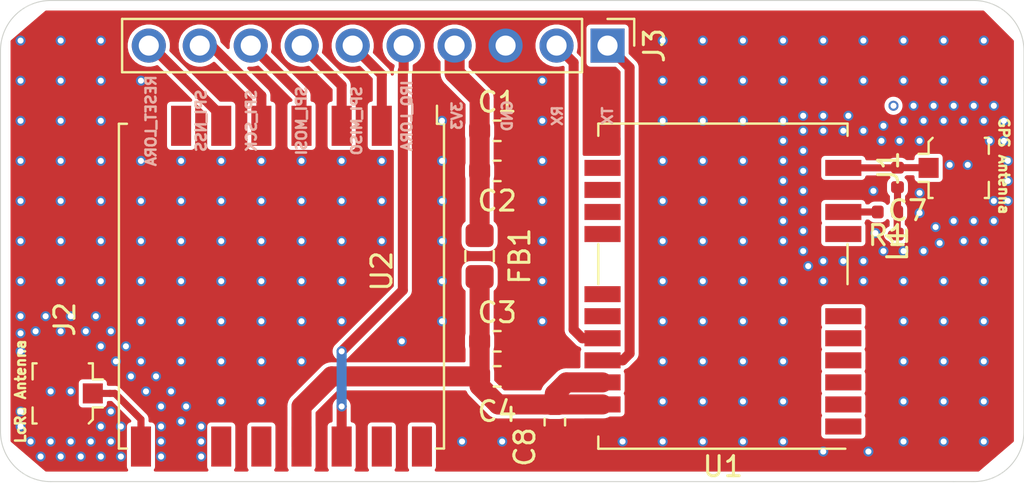
<source format=kicad_pcb>
(kicad_pcb (version 20171130) (host pcbnew "(5.1.5)-3")

  (general
    (thickness 1.6)
    (drawings 26)
    (tracks 321)
    (zones 0)
    (modules 14)
    (nets 34)
  )

  (page A4)
  (layers
    (0 F.Cu signal)
    (1 In1.Cu power)
    (2 In2.Cu power)
    (31 B.Cu power)
    (32 B.Adhes user)
    (33 F.Adhes user)
    (34 B.Paste user)
    (35 F.Paste user)
    (36 B.SilkS user)
    (37 F.SilkS user)
    (38 B.Mask user)
    (39 F.Mask user)
    (40 Dwgs.User user)
    (41 Cmts.User user)
    (42 Eco1.User user)
    (43 Eco2.User user)
    (44 Edge.Cuts user)
    (45 Margin user)
    (46 B.CrtYd user)
    (47 F.CrtYd user)
    (48 B.Fab user)
    (49 F.Fab user hide)
  )

  (setup
    (last_trace_width 0.354)
    (user_trace_width 0.354)
    (user_trace_width 0.5)
    (user_trace_width 1)
    (trace_clearance 0.2)
    (zone_clearance 0.15)
    (zone_45_only no)
    (trace_min 0.2)
    (via_size 0.8)
    (via_drill 0.4)
    (via_min_size 0.3)
    (via_min_drill 0.3)
    (user_via 0.5 0.3)
    (uvia_size 0.3)
    (uvia_drill 0.1)
    (uvias_allowed no)
    (uvia_min_size 0.2)
    (uvia_min_drill 0.1)
    (edge_width 0.05)
    (segment_width 0.2)
    (pcb_text_width 0.3)
    (pcb_text_size 1.5 1.5)
    (mod_edge_width 0.12)
    (mod_text_size 1 1)
    (mod_text_width 0.15)
    (pad_size 1.524 1.524)
    (pad_drill 0.762)
    (pad_to_mask_clearance 0.051)
    (solder_mask_min_width 0.25)
    (aux_axis_origin 0 0)
    (visible_elements FFFFFF7F)
    (pcbplotparams
      (layerselection 0x010fc_ffffffff)
      (usegerberextensions false)
      (usegerberattributes false)
      (usegerberadvancedattributes false)
      (creategerberjobfile false)
      (excludeedgelayer true)
      (linewidth 0.100000)
      (plotframeref false)
      (viasonmask false)
      (mode 1)
      (useauxorigin false)
      (hpglpennumber 1)
      (hpglpenspeed 20)
      (hpglpendiameter 15.000000)
      (psnegative false)
      (psa4output false)
      (plotreference true)
      (plotvalue true)
      (plotinvisibletext false)
      (padsonsilk false)
      (subtractmaskfromsilk false)
      (outputformat 1)
      (mirror false)
      (drillshape 1)
      (scaleselection 1)
      (outputdirectory ""))
  )

  (net 0 "")
  (net 1 +3V3)
  (net 2 GND)
  (net 3 +3.3VA)
  (net 4 "Net-(C7-Pad1)")
  (net 5 "Net-(J1-Pad1)")
  (net 6 "Net-(J2-Pad1)")
  (net 7 UART2_TX)
  (net 8 UART2_RX)
  (net 9 IRQ_LORA)
  (net 10 RST_LORA)
  (net 11 SPI2_NSS)
  (net 12 SPI2_MISO)
  (net 13 SPI2_MOSI)
  (net 14 SPI2_SCK)
  (net 15 "Net-(R1-Pad2)")
  (net 16 "Net-(U1-Pad1)")
  (net 17 "Net-(U1-Pad2)")
  (net 18 "Net-(U1-Pad3)")
  (net 19 "Net-(U1-Pad4)")
  (net 20 "Net-(U1-Pad5)")
  (net 21 "Net-(U1-Pad6)")
  (net 22 "Net-(U1-Pad8)")
  (net 23 "Net-(U1-Pad14)")
  (net 24 "Net-(U1-Pad15)")
  (net 25 "Net-(U1-Pad16)")
  (net 26 "Net-(U1-Pad17)")
  (net 27 "Net-(U1-Pad18)")
  (net 28 "Net-(U1-Pad19)")
  (net 29 "Net-(U2-Pad7)")
  (net 30 "Net-(U2-Pad11)")
  (net 31 "Net-(U2-Pad12)")
  (net 32 "Net-(U2-Pad15)")
  (net 33 "Net-(U2-Pad16)")

  (net_class Default "This is the default net class."
    (clearance 0.2)
    (trace_width 0.25)
    (via_dia 0.8)
    (via_drill 0.4)
    (uvia_dia 0.3)
    (uvia_drill 0.1)
    (add_net +3.3VA)
    (add_net +3V3)
    (add_net GND)
    (add_net IRQ_LORA)
    (add_net "Net-(C7-Pad1)")
    (add_net "Net-(J1-Pad1)")
    (add_net "Net-(J2-Pad1)")
    (add_net "Net-(R1-Pad2)")
    (add_net "Net-(U1-Pad1)")
    (add_net "Net-(U1-Pad14)")
    (add_net "Net-(U1-Pad15)")
    (add_net "Net-(U1-Pad16)")
    (add_net "Net-(U1-Pad17)")
    (add_net "Net-(U1-Pad18)")
    (add_net "Net-(U1-Pad19)")
    (add_net "Net-(U1-Pad2)")
    (add_net "Net-(U1-Pad3)")
    (add_net "Net-(U1-Pad4)")
    (add_net "Net-(U1-Pad5)")
    (add_net "Net-(U1-Pad6)")
    (add_net "Net-(U1-Pad8)")
    (add_net "Net-(U2-Pad11)")
    (add_net "Net-(U2-Pad12)")
    (add_net "Net-(U2-Pad15)")
    (add_net "Net-(U2-Pad16)")
    (add_net "Net-(U2-Pad7)")
    (add_net RST_LORA)
    (add_net SPI2_MISO)
    (add_net SPI2_MOSI)
    (add_net SPI2_NSS)
    (add_net SPI2_SCK)
    (add_net UART2_RX)
    (add_net UART2_TX)
  )

  (module Connector_Coaxial:U.FL_Molex_MCRF_73412-0110_Vertical (layer F.Cu) (tedit 5A1B5B59) (tstamp 5F8217E3)
    (at 23.1 37.6 90)
    (descr "Molex Microcoaxial RF Connectors (MCRF), mates Hirose U.FL, (http://www.molex.com/pdm_docs/sd/734120110_sd.pdf)")
    (tags "mcrf hirose ufl u.fl microcoaxial")
    (path /5F81CCCD)
    (attr smd)
    (fp_text reference J2 (at 3.7 0.1 90) (layer F.SilkS)
      (effects (font (size 1 1) (thickness 0.15)))
    )
    (fp_text value Conn_Coaxial (at 0 -3.302 90) (layer F.Fab)
      (effects (font (size 1 1) (thickness 0.15)))
    )
    (fp_line (start 0 1) (end 0.3 1.3) (layer F.Fab) (width 0.1))
    (fp_line (start -0.3 1.3) (end 0 1) (layer F.Fab) (width 0.1))
    (fp_line (start 0.7 1.5) (end 0.7 2) (layer F.SilkS) (width 0.12))
    (fp_line (start -0.7 1.5) (end -0.7 2) (layer F.SilkS) (width 0.12))
    (fp_text user %R (at 0 3.5 90) (layer F.Fab)
      (effects (font (size 1 1) (thickness 0.15)))
    )
    (fp_circle (center 0 0) (end 0 0.05) (layer F.Fab) (width 0.1))
    (fp_circle (center 0 0) (end 0 0.125) (layer F.Fab) (width 0.1))
    (fp_line (start -0.7 1.5) (end -1.3 1.5) (layer F.SilkS) (width 0.12))
    (fp_line (start -1.3 1.5) (end -1.5 1.3) (layer F.SilkS) (width 0.12))
    (fp_line (start 1.5 1.3) (end 1.5 1.5) (layer F.SilkS) (width 0.12))
    (fp_line (start 1.5 1.5) (end 0.7 1.5) (layer F.SilkS) (width 0.12))
    (fp_line (start 0.7 -1.5) (end 1.5 -1.5) (layer F.SilkS) (width 0.12))
    (fp_line (start 1.5 -1.5) (end 1.5 -1.3) (layer F.SilkS) (width 0.12))
    (fp_line (start -1.5 -1.3) (end -1.5 -1.5) (layer F.SilkS) (width 0.12))
    (fp_line (start -1.5 -1.5) (end -0.7 -1.5) (layer F.SilkS) (width 0.12))
    (fp_circle (center 0 0) (end 0.9 0) (layer F.Fab) (width 0.1))
    (fp_line (start -1.3 -1.3) (end 1.3 -1.3) (layer F.Fab) (width 0.1))
    (fp_line (start -1.3 -1.3) (end -1.3 1) (layer F.Fab) (width 0.1))
    (fp_line (start -1.3 1) (end -1 1.3) (layer F.Fab) (width 0.1))
    (fp_line (start 1.3 -1.3) (end 1.3 1.3) (layer F.Fab) (width 0.1))
    (fp_line (start -2.5 -2.5) (end -2.5 2.5) (layer F.CrtYd) (width 0.05))
    (fp_line (start -2.5 2.5) (end 2.5 2.5) (layer F.CrtYd) (width 0.05))
    (fp_line (start 2.5 2.5) (end 2.5 -2.5) (layer F.CrtYd) (width 0.05))
    (fp_line (start 2.5 -2.5) (end -2.5 -2.5) (layer F.CrtYd) (width 0.05))
    (fp_line (start -1 1.3) (end 1.3 1.3) (layer F.Fab) (width 0.1))
    (fp_circle (center 0 0) (end 0 0.2) (layer F.Fab) (width 0.1))
    (pad 2 smd rect (at -1.475 0 90) (size 1.05 2.2) (layers F.Cu F.Paste F.Mask)
      (net 2 GND))
    (pad 2 smd rect (at 1.475 0 90) (size 1.05 2.2) (layers F.Cu F.Paste F.Mask)
      (net 2 GND))
    (pad 2 smd rect (at 0 -1.5 90) (size 1 1) (layers F.Cu F.Paste F.Mask)
      (net 2 GND))
    (pad 1 smd rect (at 0 1.5 90) (size 1 1) (layers F.Cu F.Paste F.Mask)
      (net 6 "Net-(J2-Pad1)"))
    (model ${KISYS3DMOD}/Connector_Coaxial.3dshapes/U.FL_Molex_MCRF_73412-0110_Vertical.wrl
      (at (xyz 0 0 0))
      (scale (xyz 1 1 1))
      (rotate (xyz 0 0 0))
    )
  )

  (module RF_GPS:ublox_NEO (layer F.Cu) (tedit 5C292BF6) (tstamp 5F81B470)
    (at 56 32.25 180)
    (descr "ublox NEO 6/7/8, (https://www.u-blox.com/sites/default/files/NEO-8Q-NEO-M8-FW3_HardwareIntegrationManual_%28UBX-15029985%29_0.pdf)")
    (tags "GPS ublox NEO 6/7/8")
    (path /5F8153E6)
    (attr smd)
    (fp_text reference U1 (at 0 -9) (layer F.SilkS)
      (effects (font (size 1 1) (thickness 0.15)))
    )
    (fp_text value NEO-M8N (at 0 0.8) (layer F.Fab)
      (effects (font (size 1 1) (thickness 0.15)))
    )
    (fp_text user %R (at 0 -0.8) (layer F.Fab)
      (effects (font (size 1 1) (thickness 0.15)))
    )
    (fp_line (start -6.1 -8) (end 6.1 -8) (layer F.Fab) (width 0.1))
    (fp_line (start 6.1 -8) (end 6.1 8) (layer F.Fab) (width 0.1))
    (fp_line (start -6.1 8) (end 6.1 8) (layer F.Fab) (width 0.1))
    (fp_line (start -6.1 -8) (end -6.1 8) (layer F.Fab) (width 0.1))
    (fp_line (start -6.21 0.1) (end -6.21 2.1) (layer F.SilkS) (width 0.12))
    (fp_line (start 6.21 0.1) (end 6.21 2.1) (layer F.SilkS) (width 0.12))
    (fp_line (start -6.21 8.11) (end 6.21 8.11) (layer F.SilkS) (width 0.12))
    (fp_line (start -6.1 -8.11) (end 6.21 -8.11) (layer F.SilkS) (width 0.12))
    (fp_line (start -6.21 7.5) (end -6.21 8.11) (layer F.SilkS) (width 0.12))
    (fp_line (start 6.21 -8.11) (end 6.21 -7.5) (layer F.SilkS) (width 0.12))
    (fp_line (start -7.15 -8.25) (end -7.15 8.25) (layer F.CrtYd) (width 0.05))
    (fp_line (start -7.15 -8.25) (end 7.15 -8.25) (layer F.CrtYd) (width 0.05))
    (fp_line (start 7.15 -8.25) (end 7.15 8.25) (layer F.CrtYd) (width 0.05))
    (fp_line (start -7.15 8.25) (end 7.15 8.25) (layer F.CrtYd) (width 0.05))
    (fp_line (start -6.1 -7.4) (end -5.2 -7) (layer F.Fab) (width 0.1))
    (fp_line (start -6.1 -6.6) (end -5.2 -7) (layer F.Fab) (width 0.1))
    (fp_line (start 6.21 7.5) (end 6.21 8.1) (layer F.SilkS) (width 0.12))
    (pad 1 smd rect (at -6 -7 180) (size 1.8 0.8) (layers F.Cu F.Paste F.Mask)
      (net 16 "Net-(U1-Pad1)"))
    (pad 2 smd rect (at -6 -5.9 180) (size 1.8 0.8) (layers F.Cu F.Paste F.Mask)
      (net 17 "Net-(U1-Pad2)"))
    (pad 3 smd rect (at -6 -4.8 180) (size 1.8 0.8) (layers F.Cu F.Paste F.Mask)
      (net 18 "Net-(U1-Pad3)"))
    (pad 4 smd rect (at -6 -3.7 180) (size 1.8 0.8) (layers F.Cu F.Paste F.Mask)
      (net 19 "Net-(U1-Pad4)"))
    (pad 5 smd rect (at -6 -2.6 180) (size 1.8 0.8) (layers F.Cu F.Paste F.Mask)
      (net 20 "Net-(U1-Pad5)"))
    (pad 6 smd rect (at -6 -1.5 180) (size 1.8 0.8) (layers F.Cu F.Paste F.Mask)
      (net 21 "Net-(U1-Pad6)"))
    (pad 7 smd rect (at -6 -0.4 180) (size 1.8 0.8) (layers F.Cu F.Paste F.Mask)
      (net 2 GND))
    (pad 8 smd rect (at -6 2.6 180) (size 1.8 0.8) (layers F.Cu F.Paste F.Mask)
      (net 22 "Net-(U1-Pad8)"))
    (pad 9 smd rect (at -6 3.7 180) (size 1.8 0.8) (layers F.Cu F.Paste F.Mask)
      (net 15 "Net-(R1-Pad2)"))
    (pad 10 smd rect (at -6 4.8 180) (size 1.8 0.8) (layers F.Cu F.Paste F.Mask)
      (net 2 GND))
    (pad 11 smd rect (at -6 5.9 180) (size 1.8 0.8) (layers F.Cu F.Paste F.Mask)
      (net 5 "Net-(J1-Pad1)"))
    (pad 12 smd rect (at -6 7 180) (size 1.8 0.8) (layers F.Cu F.Paste F.Mask)
      (net 2 GND))
    (pad 13 smd rect (at 6 7 180) (size 1.8 0.8) (layers F.Cu F.Paste F.Mask)
      (net 2 GND))
    (pad 14 smd rect (at 6 5.9 180) (size 1.8 0.8) (layers F.Cu F.Paste F.Mask)
      (net 23 "Net-(U1-Pad14)"))
    (pad 15 smd rect (at 6 4.8 180) (size 1.8 0.8) (layers F.Cu F.Paste F.Mask)
      (net 24 "Net-(U1-Pad15)"))
    (pad 16 smd rect (at 6 3.7 180) (size 1.8 0.8) (layers F.Cu F.Paste F.Mask)
      (net 25 "Net-(U1-Pad16)"))
    (pad 17 smd rect (at 6 2.6 180) (size 1.8 0.8) (layers F.Cu F.Paste F.Mask)
      (net 26 "Net-(U1-Pad17)"))
    (pad 18 smd rect (at 6 -0.4 180) (size 1.8 0.8) (layers F.Cu F.Paste F.Mask)
      (net 27 "Net-(U1-Pad18)"))
    (pad 19 smd rect (at 6 -1.5 180) (size 1.8 0.8) (layers F.Cu F.Paste F.Mask)
      (net 28 "Net-(U1-Pad19)"))
    (pad 20 smd rect (at 6 -2.6 180) (size 1.8 0.8) (layers F.Cu F.Paste F.Mask)
      (net 8 UART2_RX))
    (pad 21 smd rect (at 6 -3.7 180) (size 1.8 0.8) (layers F.Cu F.Paste F.Mask)
      (net 7 UART2_TX))
    (pad 22 smd rect (at 6 -4.8 180) (size 1.8 0.8) (layers F.Cu F.Paste F.Mask)
      (net 3 +3.3VA))
    (pad 23 connect rect (at 6 -5.9 180) (size 1.8 0.8) (layers F.Cu F.Mask)
      (net 3 +3.3VA))
    (pad 24 smd rect (at 6 -7 180) (size 1.8 0.8) (layers F.Cu F.Paste F.Mask)
      (net 2 GND))
    (model ${KISYS3DMOD}/RF_GPS.3dshapes/ublox_NEO.wrl
      (at (xyz 0 0 0))
      (scale (xyz 1 1 1))
      (rotate (xyz 0 0 0))
    )
  )

  (module Resistor_SMD:R_0402_1005Metric (layer F.Cu) (tedit 5B301BBD) (tstamp 5F81B442)
    (at 64.2 28.55 180)
    (descr "Resistor SMD 0402 (1005 Metric), square (rectangular) end terminal, IPC_7351 nominal, (Body size source: http://www.tortai-tech.com/upload/download/2011102023233369053.pdf), generated with kicad-footprint-generator")
    (tags resistor)
    (path /5F86B749)
    (attr smd)
    (fp_text reference R1 (at 0 -1.17) (layer F.SilkS)
      (effects (font (size 1 1) (thickness 0.15)))
    )
    (fp_text value 10 (at 0 1.17) (layer F.Fab)
      (effects (font (size 1 1) (thickness 0.15)))
    )
    (fp_text user %R (at 0 0) (layer F.Fab)
      (effects (font (size 0.25 0.25) (thickness 0.04)))
    )
    (fp_line (start 0.93 0.47) (end -0.93 0.47) (layer F.CrtYd) (width 0.05))
    (fp_line (start 0.93 -0.47) (end 0.93 0.47) (layer F.CrtYd) (width 0.05))
    (fp_line (start -0.93 -0.47) (end 0.93 -0.47) (layer F.CrtYd) (width 0.05))
    (fp_line (start -0.93 0.47) (end -0.93 -0.47) (layer F.CrtYd) (width 0.05))
    (fp_line (start 0.5 0.25) (end -0.5 0.25) (layer F.Fab) (width 0.1))
    (fp_line (start 0.5 -0.25) (end 0.5 0.25) (layer F.Fab) (width 0.1))
    (fp_line (start -0.5 -0.25) (end 0.5 -0.25) (layer F.Fab) (width 0.1))
    (fp_line (start -0.5 0.25) (end -0.5 -0.25) (layer F.Fab) (width 0.1))
    (pad 2 smd roundrect (at 0.485 0 180) (size 0.59 0.64) (layers F.Cu F.Paste F.Mask) (roundrect_rratio 0.25)
      (net 15 "Net-(R1-Pad2)"))
    (pad 1 smd roundrect (at -0.485 0 180) (size 0.59 0.64) (layers F.Cu F.Paste F.Mask) (roundrect_rratio 0.25)
      (net 4 "Net-(C7-Pad1)"))
    (model ${KISYS3DMOD}/Resistor_SMD.3dshapes/R_0402_1005Metric.wrl
      (at (xyz 0 0 0))
      (scale (xyz 1 1 1))
      (rotate (xyz 0 0 0))
    )
  )

  (module Capacitor_SMD:C_0402_1005Metric (layer F.Cu) (tedit 5B301BBE) (tstamp 5F81DD62)
    (at 65.2 29.65)
    (descr "Capacitor SMD 0402 (1005 Metric), square (rectangular) end terminal, IPC_7351 nominal, (Body size source: http://www.tortai-tech.com/upload/download/2011102023233369053.pdf), generated with kicad-footprint-generator")
    (tags capacitor)
    (path /5F86EA3A)
    (attr smd)
    (fp_text reference C7 (at 0 -1.17) (layer F.SilkS)
      (effects (font (size 1 1) (thickness 0.15)))
    )
    (fp_text value 10n (at 0 1.17) (layer F.Fab)
      (effects (font (size 1 1) (thickness 0.15)))
    )
    (fp_text user %R (at 0 0) (layer F.Fab)
      (effects (font (size 0.25 0.25) (thickness 0.04)))
    )
    (fp_line (start 0.93 0.47) (end -0.93 0.47) (layer F.CrtYd) (width 0.05))
    (fp_line (start 0.93 -0.47) (end 0.93 0.47) (layer F.CrtYd) (width 0.05))
    (fp_line (start -0.93 -0.47) (end 0.93 -0.47) (layer F.CrtYd) (width 0.05))
    (fp_line (start -0.93 0.47) (end -0.93 -0.47) (layer F.CrtYd) (width 0.05))
    (fp_line (start 0.5 0.25) (end -0.5 0.25) (layer F.Fab) (width 0.1))
    (fp_line (start 0.5 -0.25) (end 0.5 0.25) (layer F.Fab) (width 0.1))
    (fp_line (start -0.5 -0.25) (end 0.5 -0.25) (layer F.Fab) (width 0.1))
    (fp_line (start -0.5 0.25) (end -0.5 -0.25) (layer F.Fab) (width 0.1))
    (pad 2 smd roundrect (at 0.485 0) (size 0.59 0.64) (layers F.Cu F.Paste F.Mask) (roundrect_rratio 0.25)
      (net 2 GND))
    (pad 1 smd roundrect (at -0.485 0) (size 0.59 0.64) (layers F.Cu F.Paste F.Mask) (roundrect_rratio 0.25)
      (net 4 "Net-(C7-Pad1)"))
    (model ${KISYS3DMOD}/Capacitor_SMD.3dshapes/C_0402_1005Metric.wrl
      (at (xyz 0 0 0))
      (scale (xyz 1 1 1))
      (rotate (xyz 0 0 0))
    )
  )

  (module Inductor_SMD:L_0402_1005Metric (layer F.Cu) (tedit 5B301BBE) (tstamp 5F81DE72)
    (at 64.7 26.825 90)
    (descr "Inductor SMD 0402 (1005 Metric), square (rectangular) end terminal, IPC_7351 nominal, (Body size source: http://www.tortai-tech.com/upload/download/2011102023233369053.pdf), generated with kicad-footprint-generator")
    (tags inductor)
    (path /5F86C71E)
    (attr smd)
    (fp_text reference L1 (at -3.315 0 90) (layer F.SilkS)
      (effects (font (size 1 1) (thickness 0.15)))
    )
    (fp_text value 27n (at -3.215 1.4 90) (layer F.Fab)
      (effects (font (size 1 1) (thickness 0.15)))
    )
    (fp_text user %R (at 0 0 90) (layer F.Fab)
      (effects (font (size 0.25 0.25) (thickness 0.04)))
    )
    (fp_line (start 0.93 0.47) (end -0.93 0.47) (layer F.CrtYd) (width 0.05))
    (fp_line (start 0.93 -0.47) (end 0.93 0.47) (layer F.CrtYd) (width 0.05))
    (fp_line (start -0.93 -0.47) (end 0.93 -0.47) (layer F.CrtYd) (width 0.05))
    (fp_line (start -0.93 0.47) (end -0.93 -0.47) (layer F.CrtYd) (width 0.05))
    (fp_line (start 0.5 0.25) (end -0.5 0.25) (layer F.Fab) (width 0.1))
    (fp_line (start 0.5 -0.25) (end 0.5 0.25) (layer F.Fab) (width 0.1))
    (fp_line (start -0.5 -0.25) (end 0.5 -0.25) (layer F.Fab) (width 0.1))
    (fp_line (start -0.5 0.25) (end -0.5 -0.25) (layer F.Fab) (width 0.1))
    (pad 2 smd roundrect (at 0.485 0 90) (size 0.59 0.64) (layers F.Cu F.Paste F.Mask) (roundrect_rratio 0.25)
      (net 5 "Net-(J1-Pad1)"))
    (pad 1 smd roundrect (at -0.485 0 90) (size 0.59 0.64) (layers F.Cu F.Paste F.Mask) (roundrect_rratio 0.25)
      (net 4 "Net-(C7-Pad1)"))
    (model ${KISYS3DMOD}/Inductor_SMD.3dshapes/L_0402_1005Metric.wrl
      (at (xyz 0 0 0))
      (scale (xyz 1 1 1))
      (rotate (xyz 0 0 0))
    )
  )

  (module Capacitor_SMD:C_0603_1608Metric_Pad1.05x0.95mm_HandSolder (layer F.Cu) (tedit 5B301BBE) (tstamp 5F81B336)
    (at 44.75 24.5)
    (descr "Capacitor SMD 0603 (1608 Metric), square (rectangular) end terminal, IPC_7351 nominal with elongated pad for handsoldering. (Body size source: http://www.tortai-tech.com/upload/download/2011102023233369053.pdf), generated with kicad-footprint-generator")
    (tags "capacitor handsolder")
    (path /5F818689)
    (attr smd)
    (fp_text reference C1 (at 0 -1.43) (layer F.SilkS)
      (effects (font (size 1 1) (thickness 0.15)))
    )
    (fp_text value 1u (at 0 1.43) (layer F.Fab)
      (effects (font (size 1 1) (thickness 0.15)))
    )
    (fp_line (start -0.8 0.4) (end -0.8 -0.4) (layer F.Fab) (width 0.1))
    (fp_line (start -0.8 -0.4) (end 0.8 -0.4) (layer F.Fab) (width 0.1))
    (fp_line (start 0.8 -0.4) (end 0.8 0.4) (layer F.Fab) (width 0.1))
    (fp_line (start 0.8 0.4) (end -0.8 0.4) (layer F.Fab) (width 0.1))
    (fp_line (start -0.171267 -0.51) (end 0.171267 -0.51) (layer F.SilkS) (width 0.12))
    (fp_line (start -0.171267 0.51) (end 0.171267 0.51) (layer F.SilkS) (width 0.12))
    (fp_line (start -1.65 0.73) (end -1.65 -0.73) (layer F.CrtYd) (width 0.05))
    (fp_line (start -1.65 -0.73) (end 1.65 -0.73) (layer F.CrtYd) (width 0.05))
    (fp_line (start 1.65 -0.73) (end 1.65 0.73) (layer F.CrtYd) (width 0.05))
    (fp_line (start 1.65 0.73) (end -1.65 0.73) (layer F.CrtYd) (width 0.05))
    (fp_text user %R (at 0 0) (layer F.Fab)
      (effects (font (size 0.4 0.4) (thickness 0.06)))
    )
    (pad 1 smd roundrect (at -0.875 0) (size 1.05 0.95) (layers F.Cu F.Paste F.Mask) (roundrect_rratio 0.25)
      (net 1 +3V3))
    (pad 2 smd roundrect (at 0.875 0) (size 1.05 0.95) (layers F.Cu F.Paste F.Mask) (roundrect_rratio 0.25)
      (net 2 GND))
    (model ${KISYS3DMOD}/Capacitor_SMD.3dshapes/C_0603_1608Metric.wrl
      (at (xyz 0 0 0))
      (scale (xyz 1 1 1))
      (rotate (xyz 0 0 0))
    )
  )

  (module Capacitor_SMD:C_0603_1608Metric_Pad1.05x0.95mm_HandSolder (layer F.Cu) (tedit 5B301BBE) (tstamp 5F81B347)
    (at 44.75 26.5)
    (descr "Capacitor SMD 0603 (1608 Metric), square (rectangular) end terminal, IPC_7351 nominal with elongated pad for handsoldering. (Body size source: http://www.tortai-tech.com/upload/download/2011102023233369053.pdf), generated with kicad-footprint-generator")
    (tags "capacitor handsolder")
    (path /5F818E2A)
    (attr smd)
    (fp_text reference C2 (at 0 1.5) (layer F.SilkS)
      (effects (font (size 1 1) (thickness 0.15)))
    )
    (fp_text value 100n (at 0 1.43) (layer F.Fab)
      (effects (font (size 1 1) (thickness 0.15)))
    )
    (fp_text user %R (at 0 0) (layer F.Fab)
      (effects (font (size 0.4 0.4) (thickness 0.06)))
    )
    (fp_line (start 1.65 0.73) (end -1.65 0.73) (layer F.CrtYd) (width 0.05))
    (fp_line (start 1.65 -0.73) (end 1.65 0.73) (layer F.CrtYd) (width 0.05))
    (fp_line (start -1.65 -0.73) (end 1.65 -0.73) (layer F.CrtYd) (width 0.05))
    (fp_line (start -1.65 0.73) (end -1.65 -0.73) (layer F.CrtYd) (width 0.05))
    (fp_line (start -0.171267 0.51) (end 0.171267 0.51) (layer F.SilkS) (width 0.12))
    (fp_line (start -0.171267 -0.51) (end 0.171267 -0.51) (layer F.SilkS) (width 0.12))
    (fp_line (start 0.8 0.4) (end -0.8 0.4) (layer F.Fab) (width 0.1))
    (fp_line (start 0.8 -0.4) (end 0.8 0.4) (layer F.Fab) (width 0.1))
    (fp_line (start -0.8 -0.4) (end 0.8 -0.4) (layer F.Fab) (width 0.1))
    (fp_line (start -0.8 0.4) (end -0.8 -0.4) (layer F.Fab) (width 0.1))
    (pad 2 smd roundrect (at 0.875 0) (size 1.05 0.95) (layers F.Cu F.Paste F.Mask) (roundrect_rratio 0.25)
      (net 2 GND))
    (pad 1 smd roundrect (at -0.875 0) (size 1.05 0.95) (layers F.Cu F.Paste F.Mask) (roundrect_rratio 0.25)
      (net 1 +3V3))
    (model ${KISYS3DMOD}/Capacitor_SMD.3dshapes/C_0603_1608Metric.wrl
      (at (xyz 0 0 0))
      (scale (xyz 1 1 1))
      (rotate (xyz 0 0 0))
    )
  )

  (module Capacitor_SMD:C_0603_1608Metric_Pad1.05x0.95mm_HandSolder (layer F.Cu) (tedit 5B301BBE) (tstamp 5F81B358)
    (at 44.75 35)
    (descr "Capacitor SMD 0603 (1608 Metric), square (rectangular) end terminal, IPC_7351 nominal with elongated pad for handsoldering. (Body size source: http://www.tortai-tech.com/upload/download/2011102023233369053.pdf), generated with kicad-footprint-generator")
    (tags "capacitor handsolder")
    (path /5F833353)
    (attr smd)
    (fp_text reference C3 (at 0 -1.43) (layer F.SilkS)
      (effects (font (size 1 1) (thickness 0.15)))
    )
    (fp_text value 1u (at 0 1.43) (layer F.Fab)
      (effects (font (size 1 1) (thickness 0.15)))
    )
    (fp_text user %R (at 0 0) (layer F.Fab)
      (effects (font (size 0.4 0.4) (thickness 0.06)))
    )
    (fp_line (start 1.65 0.73) (end -1.65 0.73) (layer F.CrtYd) (width 0.05))
    (fp_line (start 1.65 -0.73) (end 1.65 0.73) (layer F.CrtYd) (width 0.05))
    (fp_line (start -1.65 -0.73) (end 1.65 -0.73) (layer F.CrtYd) (width 0.05))
    (fp_line (start -1.65 0.73) (end -1.65 -0.73) (layer F.CrtYd) (width 0.05))
    (fp_line (start -0.171267 0.51) (end 0.171267 0.51) (layer F.SilkS) (width 0.12))
    (fp_line (start -0.171267 -0.51) (end 0.171267 -0.51) (layer F.SilkS) (width 0.12))
    (fp_line (start 0.8 0.4) (end -0.8 0.4) (layer F.Fab) (width 0.1))
    (fp_line (start 0.8 -0.4) (end 0.8 0.4) (layer F.Fab) (width 0.1))
    (fp_line (start -0.8 -0.4) (end 0.8 -0.4) (layer F.Fab) (width 0.1))
    (fp_line (start -0.8 0.4) (end -0.8 -0.4) (layer F.Fab) (width 0.1))
    (pad 2 smd roundrect (at 0.875 0) (size 1.05 0.95) (layers F.Cu F.Paste F.Mask) (roundrect_rratio 0.25)
      (net 2 GND))
    (pad 1 smd roundrect (at -0.875 0) (size 1.05 0.95) (layers F.Cu F.Paste F.Mask) (roundrect_rratio 0.25)
      (net 3 +3.3VA))
    (model ${KISYS3DMOD}/Capacitor_SMD.3dshapes/C_0603_1608Metric.wrl
      (at (xyz 0 0 0))
      (scale (xyz 1 1 1))
      (rotate (xyz 0 0 0))
    )
  )

  (module Capacitor_SMD:C_0603_1608Metric_Pad1.05x0.95mm_HandSolder (layer F.Cu) (tedit 5B301BBE) (tstamp 5F81B369)
    (at 44.75 36.75)
    (descr "Capacitor SMD 0603 (1608 Metric), square (rectangular) end terminal, IPC_7351 nominal with elongated pad for handsoldering. (Body size source: http://www.tortai-tech.com/upload/download/2011102023233369053.pdf), generated with kicad-footprint-generator")
    (tags "capacitor handsolder")
    (path /5F833359)
    (attr smd)
    (fp_text reference C4 (at 0 1.75) (layer F.SilkS)
      (effects (font (size 1 1) (thickness 0.15)))
    )
    (fp_text value 100n (at 0 1.43) (layer F.Fab)
      (effects (font (size 1 1) (thickness 0.15)))
    )
    (fp_line (start -0.8 0.4) (end -0.8 -0.4) (layer F.Fab) (width 0.1))
    (fp_line (start -0.8 -0.4) (end 0.8 -0.4) (layer F.Fab) (width 0.1))
    (fp_line (start 0.8 -0.4) (end 0.8 0.4) (layer F.Fab) (width 0.1))
    (fp_line (start 0.8 0.4) (end -0.8 0.4) (layer F.Fab) (width 0.1))
    (fp_line (start -0.171267 -0.51) (end 0.171267 -0.51) (layer F.SilkS) (width 0.12))
    (fp_line (start -0.171267 0.51) (end 0.171267 0.51) (layer F.SilkS) (width 0.12))
    (fp_line (start -1.65 0.73) (end -1.65 -0.73) (layer F.CrtYd) (width 0.05))
    (fp_line (start -1.65 -0.73) (end 1.65 -0.73) (layer F.CrtYd) (width 0.05))
    (fp_line (start 1.65 -0.73) (end 1.65 0.73) (layer F.CrtYd) (width 0.05))
    (fp_line (start 1.65 0.73) (end -1.65 0.73) (layer F.CrtYd) (width 0.05))
    (fp_text user %R (at 0 0) (layer F.Fab)
      (effects (font (size 0.4 0.4) (thickness 0.06)))
    )
    (pad 1 smd roundrect (at -0.875 0) (size 1.05 0.95) (layers F.Cu F.Paste F.Mask) (roundrect_rratio 0.25)
      (net 3 +3.3VA))
    (pad 2 smd roundrect (at 0.875 0) (size 1.05 0.95) (layers F.Cu F.Paste F.Mask) (roundrect_rratio 0.25)
      (net 2 GND))
    (model ${KISYS3DMOD}/Capacitor_SMD.3dshapes/C_0603_1608Metric.wrl
      (at (xyz 0 0 0))
      (scale (xyz 1 1 1))
      (rotate (xyz 0 0 0))
    )
  )

  (module Capacitor_SMD:C_0603_1608Metric_Pad1.05x0.95mm_HandSolder (layer F.Cu) (tedit 5B301BBE) (tstamp 5F81B3AD)
    (at 47.625 39.025 270)
    (descr "Capacitor SMD 0603 (1608 Metric), square (rectangular) end terminal, IPC_7351 nominal with elongated pad for handsoldering. (Body size source: http://www.tortai-tech.com/upload/download/2011102023233369053.pdf), generated with kicad-footprint-generator")
    (tags "capacitor handsolder")
    (path /5F820383)
    (attr smd)
    (fp_text reference C8 (at 1.25 1.5 90) (layer F.SilkS)
      (effects (font (size 1 1) (thickness 0.15)))
    )
    (fp_text value 100n (at 0 1.43 90) (layer F.Fab)
      (effects (font (size 1 1) (thickness 0.15)))
    )
    (fp_line (start -0.8 0.4) (end -0.8 -0.4) (layer F.Fab) (width 0.1))
    (fp_line (start -0.8 -0.4) (end 0.8 -0.4) (layer F.Fab) (width 0.1))
    (fp_line (start 0.8 -0.4) (end 0.8 0.4) (layer F.Fab) (width 0.1))
    (fp_line (start 0.8 0.4) (end -0.8 0.4) (layer F.Fab) (width 0.1))
    (fp_line (start -0.171267 -0.51) (end 0.171267 -0.51) (layer F.SilkS) (width 0.12))
    (fp_line (start -0.171267 0.51) (end 0.171267 0.51) (layer F.SilkS) (width 0.12))
    (fp_line (start -1.65 0.73) (end -1.65 -0.73) (layer F.CrtYd) (width 0.05))
    (fp_line (start -1.65 -0.73) (end 1.65 -0.73) (layer F.CrtYd) (width 0.05))
    (fp_line (start 1.65 -0.73) (end 1.65 0.73) (layer F.CrtYd) (width 0.05))
    (fp_line (start 1.65 0.73) (end -1.65 0.73) (layer F.CrtYd) (width 0.05))
    (fp_text user %R (at 0 0 90) (layer F.Fab)
      (effects (font (size 0.4 0.4) (thickness 0.06)))
    )
    (pad 1 smd roundrect (at -0.875 0 270) (size 1.05 0.95) (layers F.Cu F.Paste F.Mask) (roundrect_rratio 0.25)
      (net 3 +3.3VA))
    (pad 2 smd roundrect (at 0.875 0 270) (size 1.05 0.95) (layers F.Cu F.Paste F.Mask) (roundrect_rratio 0.25)
      (net 2 GND))
    (model ${KISYS3DMOD}/Capacitor_SMD.3dshapes/C_0603_1608Metric.wrl
      (at (xyz 0 0 0))
      (scale (xyz 1 1 1))
      (rotate (xyz 0 0 0))
    )
  )

  (module Resistor_SMD:R_0805_2012Metric_Pad1.15x1.40mm_HandSolder (layer F.Cu) (tedit 5B36C52B) (tstamp 5F81B3BE)
    (at 43.875 30.75 90)
    (descr "Resistor SMD 0805 (2012 Metric), square (rectangular) end terminal, IPC_7351 nominal with elongated pad for handsoldering. (Body size source: https://docs.google.com/spreadsheets/d/1BsfQQcO9C6DZCsRaXUlFlo91Tg2WpOkGARC1WS5S8t0/edit?usp=sharing), generated with kicad-footprint-generator")
    (tags "resistor handsolder")
    (path /5F8304C0)
    (attr smd)
    (fp_text reference FB1 (at 0 2 90) (layer F.SilkS)
      (effects (font (size 1 1) (thickness 0.15)))
    )
    (fp_text value Ferrite_Bead_Small (at 0 1.65 90) (layer F.Fab)
      (effects (font (size 1 1) (thickness 0.15)))
    )
    (fp_line (start -1 0.6) (end -1 -0.6) (layer F.Fab) (width 0.1))
    (fp_line (start -1 -0.6) (end 1 -0.6) (layer F.Fab) (width 0.1))
    (fp_line (start 1 -0.6) (end 1 0.6) (layer F.Fab) (width 0.1))
    (fp_line (start 1 0.6) (end -1 0.6) (layer F.Fab) (width 0.1))
    (fp_line (start -0.261252 -0.71) (end 0.261252 -0.71) (layer F.SilkS) (width 0.12))
    (fp_line (start -0.261252 0.71) (end 0.261252 0.71) (layer F.SilkS) (width 0.12))
    (fp_line (start -1.85 0.95) (end -1.85 -0.95) (layer F.CrtYd) (width 0.05))
    (fp_line (start -1.85 -0.95) (end 1.85 -0.95) (layer F.CrtYd) (width 0.05))
    (fp_line (start 1.85 -0.95) (end 1.85 0.95) (layer F.CrtYd) (width 0.05))
    (fp_line (start 1.85 0.95) (end -1.85 0.95) (layer F.CrtYd) (width 0.05))
    (fp_text user %R (at 0 0 90) (layer F.Fab)
      (effects (font (size 0.5 0.5) (thickness 0.08)))
    )
    (pad 1 smd roundrect (at -1.025 0 90) (size 1.15 1.4) (layers F.Cu F.Paste F.Mask) (roundrect_rratio 0.217391)
      (net 3 +3.3VA))
    (pad 2 smd roundrect (at 1.025 0 90) (size 1.15 1.4) (layers F.Cu F.Paste F.Mask) (roundrect_rratio 0.217391)
      (net 1 +3V3))
    (model ${KISYS3DMOD}/Resistor_SMD.3dshapes/R_0805_2012Metric.wrl
      (at (xyz 0 0 0))
      (scale (xyz 1 1 1))
      (rotate (xyz 0 0 0))
    )
  )

  (module Connector_Coaxial:U.FL_Molex_MCRF_73412-0110_Vertical (layer F.Cu) (tedit 5A1B5B59) (tstamp 5F820CC7)
    (at 67.75 26.35 270)
    (descr "Molex Microcoaxial RF Connectors (MCRF), mates Hirose U.FL, (http://www.molex.com/pdm_docs/sd/734120110_sd.pdf)")
    (tags "mcrf hirose ufl u.fl microcoaxial")
    (path /5F8677B7)
    (attr smd)
    (fp_text reference J1 (at 0 3.5 90) (layer F.SilkS)
      (effects (font (size 1 1) (thickness 0.15)))
    )
    (fp_text value Conn_Coaxial (at 0 -3.302 90) (layer F.Fab)
      (effects (font (size 1 1) (thickness 0.15)))
    )
    (fp_circle (center 0 0) (end 0 0.2) (layer F.Fab) (width 0.1))
    (fp_line (start -1 1.3) (end 1.3 1.3) (layer F.Fab) (width 0.1))
    (fp_line (start 2.5 -2.5) (end -2.5 -2.5) (layer F.CrtYd) (width 0.05))
    (fp_line (start 2.5 2.5) (end 2.5 -2.5) (layer F.CrtYd) (width 0.05))
    (fp_line (start -2.5 2.5) (end 2.5 2.5) (layer F.CrtYd) (width 0.05))
    (fp_line (start -2.5 -2.5) (end -2.5 2.5) (layer F.CrtYd) (width 0.05))
    (fp_line (start 1.3 -1.3) (end 1.3 1.3) (layer F.Fab) (width 0.1))
    (fp_line (start -1.3 1) (end -1 1.3) (layer F.Fab) (width 0.1))
    (fp_line (start -1.3 -1.3) (end -1.3 1) (layer F.Fab) (width 0.1))
    (fp_line (start -1.3 -1.3) (end 1.3 -1.3) (layer F.Fab) (width 0.1))
    (fp_circle (center 0 0) (end 0.9 0) (layer F.Fab) (width 0.1))
    (fp_line (start -1.5 -1.5) (end -0.7 -1.5) (layer F.SilkS) (width 0.12))
    (fp_line (start -1.5 -1.3) (end -1.5 -1.5) (layer F.SilkS) (width 0.12))
    (fp_line (start 1.5 -1.5) (end 1.5 -1.3) (layer F.SilkS) (width 0.12))
    (fp_line (start 0.7 -1.5) (end 1.5 -1.5) (layer F.SilkS) (width 0.12))
    (fp_line (start 1.5 1.5) (end 0.7 1.5) (layer F.SilkS) (width 0.12))
    (fp_line (start 1.5 1.3) (end 1.5 1.5) (layer F.SilkS) (width 0.12))
    (fp_line (start -1.3 1.5) (end -1.5 1.3) (layer F.SilkS) (width 0.12))
    (fp_line (start -0.7 1.5) (end -1.3 1.5) (layer F.SilkS) (width 0.12))
    (fp_circle (center 0 0) (end 0 0.125) (layer F.Fab) (width 0.1))
    (fp_circle (center 0 0) (end 0 0.05) (layer F.Fab) (width 0.1))
    (fp_text user %R (at 0 3.5 90) (layer F.Fab)
      (effects (font (size 1 1) (thickness 0.15)))
    )
    (fp_line (start -0.7 1.5) (end -0.7 2) (layer F.SilkS) (width 0.12))
    (fp_line (start 0.7 1.5) (end 0.7 2) (layer F.SilkS) (width 0.12))
    (fp_line (start -0.3 1.3) (end 0 1) (layer F.Fab) (width 0.1))
    (fp_line (start 0 1) (end 0.3 1.3) (layer F.Fab) (width 0.1))
    (pad 1 smd rect (at 0 1.5 270) (size 1 1) (layers F.Cu F.Paste F.Mask)
      (net 5 "Net-(J1-Pad1)"))
    (pad 2 smd rect (at 0 -1.5 270) (size 1 1) (layers F.Cu F.Paste F.Mask)
      (net 2 GND))
    (pad 2 smd rect (at 1.475 0 270) (size 1.05 2.2) (layers F.Cu F.Paste F.Mask)
      (net 2 GND))
    (pad 2 smd rect (at -1.475 0 270) (size 1.05 2.2) (layers F.Cu F.Paste F.Mask)
      (net 2 GND))
    (model ${KISYS3DMOD}/Connector_Coaxial.3dshapes/U.FL_Molex_MCRF_73412-0110_Vertical.wrl
      (at (xyz 0 0 0))
      (scale (xyz 1 1 1))
      (rotate (xyz 0 0 0))
    )
  )

  (module Connector_PinHeader_2.54mm:PinHeader_1x10_P2.54mm_Vertical (layer F.Cu) (tedit 59FED5CC) (tstamp 5F81B420)
    (at 50.25 20.25 270)
    (descr "Through hole straight pin header, 1x10, 2.54mm pitch, single row")
    (tags "Through hole pin header THT 1x10 2.54mm single row")
    (path /5F87A4B5)
    (fp_text reference J3 (at 0 -2.33 90) (layer F.SilkS)
      (effects (font (size 1 1) (thickness 0.15)))
    )
    (fp_text value Conn_01x10_Male (at 0 25.19 90) (layer F.Fab)
      (effects (font (size 1 1) (thickness 0.15)))
    )
    (fp_line (start -0.635 -1.27) (end 1.27 -1.27) (layer F.Fab) (width 0.1))
    (fp_line (start 1.27 -1.27) (end 1.27 24.13) (layer F.Fab) (width 0.1))
    (fp_line (start 1.27 24.13) (end -1.27 24.13) (layer F.Fab) (width 0.1))
    (fp_line (start -1.27 24.13) (end -1.27 -0.635) (layer F.Fab) (width 0.1))
    (fp_line (start -1.27 -0.635) (end -0.635 -1.27) (layer F.Fab) (width 0.1))
    (fp_line (start -1.33 24.19) (end 1.33 24.19) (layer F.SilkS) (width 0.12))
    (fp_line (start -1.33 1.27) (end -1.33 24.19) (layer F.SilkS) (width 0.12))
    (fp_line (start 1.33 1.27) (end 1.33 24.19) (layer F.SilkS) (width 0.12))
    (fp_line (start -1.33 1.27) (end 1.33 1.27) (layer F.SilkS) (width 0.12))
    (fp_line (start -1.33 0) (end -1.33 -1.33) (layer F.SilkS) (width 0.12))
    (fp_line (start -1.33 -1.33) (end 0 -1.33) (layer F.SilkS) (width 0.12))
    (fp_line (start -1.8 -1.8) (end -1.8 24.65) (layer F.CrtYd) (width 0.05))
    (fp_line (start -1.8 24.65) (end 1.8 24.65) (layer F.CrtYd) (width 0.05))
    (fp_line (start 1.8 24.65) (end 1.8 -1.8) (layer F.CrtYd) (width 0.05))
    (fp_line (start 1.8 -1.8) (end -1.8 -1.8) (layer F.CrtYd) (width 0.05))
    (fp_text user %R (at 0 11.43) (layer F.Fab)
      (effects (font (size 1 1) (thickness 0.15)))
    )
    (pad 1 thru_hole rect (at 0 0 270) (size 1.7 1.7) (drill 1) (layers *.Cu *.Mask)
      (net 7 UART2_TX))
    (pad 2 thru_hole oval (at 0 2.54 270) (size 1.7 1.7) (drill 1) (layers *.Cu *.Mask)
      (net 8 UART2_RX))
    (pad 3 thru_hole oval (at 0 5.08 270) (size 1.7 1.7) (drill 1) (layers *.Cu *.Mask)
      (net 2 GND))
    (pad 4 thru_hole oval (at 0 7.62 270) (size 1.7 1.7) (drill 1) (layers *.Cu *.Mask)
      (net 1 +3V3))
    (pad 5 thru_hole oval (at 0 10.16 270) (size 1.7 1.7) (drill 1) (layers *.Cu *.Mask)
      (net 9 IRQ_LORA))
    (pad 6 thru_hole oval (at 0 12.7 270) (size 1.7 1.7) (drill 1) (layers *.Cu *.Mask)
      (net 12 SPI2_MISO))
    (pad 7 thru_hole oval (at 0 15.24 270) (size 1.7 1.7) (drill 1) (layers *.Cu *.Mask)
      (net 13 SPI2_MOSI))
    (pad 8 thru_hole oval (at 0 17.78 270) (size 1.7 1.7) (drill 1) (layers *.Cu *.Mask)
      (net 14 SPI2_SCK))
    (pad 9 thru_hole oval (at 0 20.32 270) (size 1.7 1.7) (drill 1) (layers *.Cu *.Mask)
      (net 11 SPI2_NSS))
    (pad 10 thru_hole oval (at 0 22.86 270) (size 1.7 1.7) (drill 1) (layers *.Cu *.Mask)
      (net 10 RST_LORA))
    (model ${KISYS3DMOD}/Connector_PinHeader_2.54mm.3dshapes/PinHeader_1x10_P2.54mm_Vertical.wrl
      (at (xyz 0 0 0))
      (scale (xyz 1 1 1))
      (rotate (xyz 0 0 0))
    )
  )

  (module RF_Module:HOPERF_RFM9XW_SMD (layer F.Cu) (tedit 5C227243) (tstamp 5F81B495)
    (at 34 32.25 270)
    (descr "Low Power Long Range Transceiver Module SMD-16 (https://www.hoperf.com/data/upload/portal/20181127/5bfcbea20e9ef.pdf)")
    (tags "LoRa Low Power Long Range Transceiver Module")
    (path /5F816C05)
    (attr smd)
    (fp_text reference U2 (at -0.75 -5 90) (layer F.SilkS)
      (effects (font (size 1 1) (thickness 0.15)))
    )
    (fp_text value RFM95W-915S2 (at 0 9.5 90) (layer F.Fab)
      (effects (font (size 1 1) (thickness 0.15)))
    )
    (fp_line (start -7 -8) (end 8 -8) (layer F.Fab) (width 0.1))
    (fp_line (start 8 8) (end 8 -8) (layer F.Fab) (width 0.1))
    (fp_line (start -8 8) (end 8 8) (layer F.Fab) (width 0.1))
    (fp_line (start -8 8) (end -8 -7) (layer F.Fab) (width 0.1))
    (fp_text user %R (at 0 0 90) (layer F.Fab)
      (effects (font (size 1 1) (thickness 0.15)))
    )
    (fp_line (start -9.25 -8.25) (end 9.25 -8.25) (layer F.CrtYd) (width 0.05))
    (fp_line (start 9.25 -8.25) (end 9.25 8.25) (layer F.CrtYd) (width 0.05))
    (fp_line (start -9.25 8.25) (end 9.25 8.25) (layer F.CrtYd) (width 0.05))
    (fp_line (start -9.25 8.25) (end -9.25 -8.25) (layer F.CrtYd) (width 0.05))
    (fp_line (start -8.1 -8.1) (end 8.1 -8.1) (layer F.SilkS) (width 0.12))
    (fp_line (start 8.1 -8.1) (end 8.1 -7.7) (layer F.SilkS) (width 0.12))
    (fp_line (start -8.1 7.7) (end -8.1 8.1) (layer F.SilkS) (width 0.12))
    (fp_line (start -8.1 8.1) (end 8.1 8.1) (layer F.SilkS) (width 0.12))
    (fp_line (start 8.1 8.1) (end 8.1 7.7) (layer F.SilkS) (width 0.12))
    (fp_line (start -8.1 -8.1) (end -8.1 -7.75) (layer F.SilkS) (width 0.12))
    (fp_line (start -8.1 -7.75) (end -9 -7.75) (layer F.SilkS) (width 0.12))
    (fp_line (start -7 -8) (end -8 -7) (layer F.Fab) (width 0.1))
    (pad 1 smd rect (at -8 -7 270) (size 2 1) (layers F.Cu F.Paste F.Mask)
      (net 2 GND))
    (pad 2 smd rect (at -8 -5 270) (size 2 1) (layers F.Cu F.Paste F.Mask)
      (net 12 SPI2_MISO))
    (pad 3 smd rect (at -8 -3 270) (size 2 1) (layers F.Cu F.Paste F.Mask)
      (net 13 SPI2_MOSI))
    (pad 4 smd rect (at -8 -1 270) (size 2 1) (layers F.Cu F.Paste F.Mask)
      (net 14 SPI2_SCK))
    (pad 5 smd rect (at -8 1 270) (size 2 1) (layers F.Cu F.Paste F.Mask)
      (net 11 SPI2_NSS))
    (pad 6 smd rect (at -8 3 270) (size 2 1) (layers F.Cu F.Paste F.Mask)
      (net 10 RST_LORA))
    (pad 7 smd rect (at -8 5 270) (size 2 1) (layers F.Cu F.Paste F.Mask)
      (net 29 "Net-(U2-Pad7)"))
    (pad 8 smd rect (at -8 7 270) (size 2 1) (layers F.Cu F.Paste F.Mask)
      (net 2 GND))
    (pad 9 smd rect (at 8 7 270) (size 2 1) (layers F.Cu F.Paste F.Mask)
      (net 6 "Net-(J2-Pad1)"))
    (pad 10 smd rect (at 8 5 270) (size 2 1) (layers F.Cu F.Paste F.Mask)
      (net 2 GND))
    (pad 11 smd rect (at 8 3 270) (size 2 1) (layers F.Cu F.Paste F.Mask)
      (net 30 "Net-(U2-Pad11)"))
    (pad 12 smd rect (at 8 1 270) (size 2 1) (layers F.Cu F.Paste F.Mask)
      (net 31 "Net-(U2-Pad12)"))
    (pad 13 smd rect (at 8 -1 270) (size 2 1) (layers F.Cu F.Paste F.Mask)
      (net 3 +3.3VA))
    (pad 14 smd rect (at 8 -3 270) (size 2 1) (layers F.Cu F.Paste F.Mask)
      (net 9 IRQ_LORA))
    (pad 15 smd rect (at 8 -5 270) (size 2 1) (layers F.Cu F.Paste F.Mask)
      (net 32 "Net-(U2-Pad15)"))
    (pad 16 smd rect (at 8 -7 270) (size 2 1) (layers F.Cu F.Paste F.Mask)
      (net 33 "Net-(U2-Pad16)"))
    (model ${KISYS3DMOD}/RF_Module.3dshapes/HOPERF_RFM9XW_SMD.wrl
      (at (xyz 0 0 0))
      (scale (xyz 1 1 1))
      (rotate (xyz 0 0 0))
    )
  )

  (gr_text TX (at 50.25 23.75 90) (layer B.SilkS) (tstamp 5F82191A)
    (effects (font (size 0.5 0.5) (thickness 0.125)) (justify mirror))
  )
  (gr_text RX (at 47.75 23.75 90) (layer B.SilkS) (tstamp 5F82191A)
    (effects (font (size 0.5 0.5) (thickness 0.125)) (justify mirror))
  )
  (gr_text GND (at 45.25 23.75 90) (layer B.SilkS) (tstamp 5F82191A)
    (effects (font (size 0.5 0.5) (thickness 0.125)) (justify mirror))
  )
  (gr_text 3V3 (at 42.75 23.75 90) (layer B.SilkS) (tstamp 5F82191A)
    (effects (font (size 0.5 0.5) (thickness 0.125)) (justify mirror))
  )
  (gr_text IRQ_LORA (at 40.25 23.75 90) (layer B.SilkS) (tstamp 5F82191A)
    (effects (font (size 0.5 0.5) (thickness 0.125)) (justify mirror))
  )
  (gr_text "SPI_MISO\n" (at 37.75 24 90) (layer B.SilkS) (tstamp 5F82191A)
    (effects (font (size 0.5 0.5) (thickness 0.125)) (justify mirror))
  )
  (gr_text SPI_MOSI (at 35 24 90) (layer B.SilkS) (tstamp 5F82191A)
    (effects (font (size 0.5 0.5) (thickness 0.125)) (justify mirror))
  )
  (gr_text "SPI_SCK\n" (at 32.5 24 90) (layer B.SilkS) (tstamp 5F82191A)
    (effects (font (size 0.5 0.5) (thickness 0.125)) (justify mirror))
  )
  (gr_text SPI_NSS (at 30 24 90) (layer B.SilkS) (tstamp 5F82191A)
    (effects (font (size 0.5 0.5) (thickness 0.125)) (justify mirror))
  )
  (gr_text RESET_LORA (at 27.5 24 90) (layer B.SilkS)
    (effects (font (size 0.5 0.5) (thickness 0.125)) (justify mirror))
  )
  (gr_line (start 20 37.5) (end 20 39.5) (layer Edge.Cuts) (width 0.05) (tstamp 5F821389))
  (gr_line (start 67.5 42) (end 68.5 42) (layer Edge.Cuts) (width 0.05) (tstamp 5F8202FC))
  (gr_line (start 67.5 18) (end 68.5 18) (layer Edge.Cuts) (width 0.05) (tstamp 5F8202FB))
  (gr_text "GPS Antenna" (at 70 26.25 270) (layer F.SilkS) (tstamp 5F82025F)
    (effects (font (size 0.5 0.5) (thickness 0.125)))
  )
  (gr_text "LoRa Antenna" (at 21 37.5 90) (layer F.SilkS)
    (effects (font (size 0.5 0.5) (thickness 0.125)))
  )
  (gr_line (start 71 20.5) (end 71 22.5) (layer Edge.Cuts) (width 0.05) (tstamp 5F81F3C9))
  (gr_line (start 20 22.5) (end 20 20.5) (layer Edge.Cuts) (width 0.05) (tstamp 5F81F3C8))
  (gr_line (start 71 39.5) (end 71 37.5) (layer Edge.Cuts) (width 0.05) (tstamp 5F81E1D8))
  (gr_line (start 67.5 18) (end 22.5 18) (layer Edge.Cuts) (width 0.05) (tstamp 5F81B8FD))
  (gr_line (start 71 37.5) (end 71 22.5) (layer Edge.Cuts) (width 0.05) (tstamp 5F81B8FC))
  (gr_line (start 22.5 42) (end 67.5 42) (layer Edge.Cuts) (width 0.05) (tstamp 5F81B8FB))
  (gr_line (start 20 22.5) (end 20 37.5) (layer Edge.Cuts) (width 0.05) (tstamp 5F81B8FA))
  (gr_arc (start 68.5 39.5) (end 68.5 42) (angle -90) (layer Edge.Cuts) (width 0.05))
  (gr_arc (start 22.5 39.5) (end 20 39.5) (angle -90) (layer Edge.Cuts) (width 0.05))
  (gr_arc (start 22.5 20.5) (end 22.5 18) (angle -90) (layer Edge.Cuts) (width 0.05))
  (gr_arc (start 68.5 20.5) (end 71 20.5) (angle -90) (layer Edge.Cuts) (width 0.05))

  (via (at 64.5 23.25) (size 0.5) (drill 0.3) (layers F.Cu B.Cu) (net 0))
  (segment (start 42.63 20.25) (end 42.63 21.63) (width 1) (layer F.Cu) (net 1))
  (segment (start 43.875 22.875) (end 43.875 24.5) (width 1) (layer F.Cu) (net 1))
  (segment (start 42.63 21.63) (end 43.875 22.875) (width 1) (layer F.Cu) (net 1))
  (segment (start 43.875 24.5) (end 43.875 26.5) (width 1) (layer F.Cu) (net 1))
  (segment (start 43.875 26.5) (end 43.875 29.725) (width 1) (layer F.Cu) (net 1))
  (segment (start 69.2 26.75) (end 68.8 26.35) (width 0.25) (layer F.Cu) (net 2))
  (segment (start 61.95 25.2) (end 62 25.25) (width 0.25) (layer F.Cu) (net 2))
  (segment (start 62.05 25.2) (end 62 25.25) (width 0.25) (layer F.Cu) (net 2))
  (via (at 66.6 29.3) (size 0.5) (drill 0.3) (layers F.Cu B.Cu) (net 2))
  (via (at 67.5 29) (size 0.5) (drill 0.3) (layers F.Cu B.Cu) (net 2))
  (via (at 68.5 29) (size 0.5) (drill 0.3) (layers F.Cu B.Cu) (net 2))
  (via (at 69.5 28) (size 0.5) (drill 0.3) (layers F.Cu B.Cu) (net 2))
  (via (at 70.2 27) (size 0.5) (drill 0.3) (layers F.Cu B.Cu) (net 2))
  (via (at 70.2 26) (size 0.5) (drill 0.3) (layers F.Cu B.Cu) (net 2))
  (via (at 69.3 25) (size 0.5) (drill 0.3) (layers F.Cu B.Cu) (net 2))
  (via (at 69 24) (size 0.5) (drill 0.3) (layers F.Cu B.Cu) (net 2))
  (via (at 68 24) (size 0.5) (drill 0.3) (layers F.Cu B.Cu) (net 2))
  (via (at 67 24) (size 0.5) (drill 0.3) (layers F.Cu B.Cu) (net 2))
  (via (at 66 24) (size 0.5) (drill 0.3) (layers F.Cu B.Cu) (net 2))
  (via (at 65.8 25) (size 0.5) (drill 0.3) (layers F.Cu B.Cu) (net 2))
  (via (at 64.8 25) (size 0.5) (drill 0.3) (layers F.Cu B.Cu) (net 2))
  (via (at 63.9 25) (size 0.5) (drill 0.3) (layers F.Cu B.Cu) (net 2))
  (via (at 63 24.5) (size 0.5) (drill 0.3) (layers F.Cu B.Cu) (net 2))
  (via (at 62 24.5) (size 0.5) (drill 0.3) (layers F.Cu B.Cu) (net 2))
  (via (at 61 24.5) (size 0.5) (drill 0.3) (layers F.Cu B.Cu) (net 2))
  (via (at 60 24.5) (size 0.5) (drill 0.3) (layers F.Cu B.Cu) (net 2))
  (via (at 60 25.5) (size 0.5) (drill 0.3) (layers F.Cu B.Cu) (net 2))
  (via (at 60 26.5) (size 0.5) (drill 0.3) (layers F.Cu B.Cu) (net 2))
  (via (at 60 27.5) (size 0.5) (drill 0.3) (layers F.Cu B.Cu) (net 2))
  (via (at 60 28.5) (size 0.5) (drill 0.3) (layers F.Cu B.Cu) (net 2))
  (via (at 60 29.5) (size 0.5) (drill 0.3) (layers F.Cu B.Cu) (net 2))
  (via (at 60 30.5) (size 0.5) (drill 0.3) (layers F.Cu B.Cu) (net 2))
  (via (at 61 31) (size 0.5) (drill 0.3) (layers F.Cu B.Cu) (net 2))
  (via (at 62 31) (size 0.5) (drill 0.3) (layers F.Cu B.Cu) (net 2))
  (via (at 63 31) (size 0.5) (drill 0.3) (layers F.Cu B.Cu) (net 2))
  (via (at 64 30.5) (size 0.5) (drill 0.3) (layers F.Cu B.Cu) (net 2))
  (via (at 65 30.5) (size 0.5) (drill 0.3) (layers F.Cu B.Cu) (net 2))
  (via (at 66 30.5) (size 0.5) (drill 0.3) (layers F.Cu B.Cu) (net 2))
  (via (at 69 20) (size 0.5) (drill 0.3) (layers F.Cu B.Cu) (net 2))
  (via (at 67 20) (size 0.5) (drill 0.3) (layers F.Cu B.Cu) (net 2))
  (via (at 65 20) (size 0.5) (drill 0.3) (layers F.Cu B.Cu) (net 2))
  (via (at 63 20) (size 0.5) (drill 0.3) (layers F.Cu B.Cu) (net 2))
  (via (at 61 20) (size 0.5) (drill 0.3) (layers F.Cu B.Cu) (net 2))
  (via (at 59 20) (size 0.5) (drill 0.3) (layers F.Cu B.Cu) (net 2))
  (via (at 57 20) (size 0.5) (drill 0.3) (layers F.Cu B.Cu) (net 2))
  (via (at 55 20) (size 0.5) (drill 0.3) (layers F.Cu B.Cu) (net 2))
  (via (at 53 20) (size 0.5) (drill 0.3) (layers F.Cu B.Cu) (net 2))
  (via (at 53 22) (size 0.5) (drill 0.3) (layers F.Cu B.Cu) (net 2))
  (via (at 55 22) (size 0.5) (drill 0.3) (layers F.Cu B.Cu) (net 2))
  (via (at 57 22) (size 0.5) (drill 0.3) (layers F.Cu B.Cu) (net 2))
  (via (at 59 22) (size 0.5) (drill 0.3) (layers F.Cu B.Cu) (net 2))
  (via (at 61 22) (size 0.5) (drill 0.3) (layers F.Cu B.Cu) (net 2))
  (via (at 63 22) (size 0.5) (drill 0.3) (layers F.Cu B.Cu) (net 2))
  (via (at 65 22) (size 0.5) (drill 0.3) (layers F.Cu B.Cu) (net 2))
  (via (at 67 22) (size 0.5) (drill 0.3) (layers F.Cu B.Cu) (net 2))
  (via (at 69 22) (size 0.5) (drill 0.3) (layers F.Cu B.Cu) (net 2))
  (via (at 53 24) (size 0.5) (drill 0.3) (layers F.Cu B.Cu) (net 2))
  (via (at 55 24) (size 0.5) (drill 0.3) (layers F.Cu B.Cu) (net 2))
  (via (at 57 24) (size 0.5) (drill 0.3) (layers F.Cu B.Cu) (net 2))
  (via (at 59 24) (size 0.5) (drill 0.3) (layers F.Cu B.Cu) (net 2))
  (via (at 65 24) (size 0.5) (drill 0.3) (layers F.Cu B.Cu) (net 2))
  (via (at 53 26) (size 0.5) (drill 0.3) (layers F.Cu B.Cu) (net 2))
  (via (at 55 26) (size 0.5) (drill 0.3) (layers F.Cu B.Cu) (net 2))
  (via (at 57 26) (size 0.5) (drill 0.3) (layers F.Cu B.Cu) (net 2))
  (via (at 59 26) (size 0.5) (drill 0.3) (layers F.Cu B.Cu) (net 2))
  (via (at 59 28) (size 0.5) (drill 0.3) (layers F.Cu B.Cu) (net 2))
  (via (at 57 28) (size 0.5) (drill 0.3) (layers F.Cu B.Cu) (net 2))
  (via (at 55 28) (size 0.5) (drill 0.3) (layers F.Cu B.Cu) (net 2))
  (via (at 53 28) (size 0.5) (drill 0.3) (layers F.Cu B.Cu) (net 2))
  (via (at 53 30) (size 0.5) (drill 0.3) (layers F.Cu B.Cu) (net 2))
  (via (at 55 30) (size 0.5) (drill 0.3) (layers F.Cu B.Cu) (net 2))
  (via (at 57 30) (size 0.5) (drill 0.3) (layers F.Cu B.Cu) (net 2))
  (via (at 59 30) (size 0.5) (drill 0.3) (layers F.Cu B.Cu) (net 2))
  (via (at 53 32) (size 0.5) (drill 0.3) (layers F.Cu B.Cu) (net 2))
  (via (at 55 32) (size 0.5) (drill 0.3) (layers F.Cu B.Cu) (net 2))
  (via (at 57 32) (size 0.5) (drill 0.3) (layers F.Cu B.Cu) (net 2))
  (via (at 59 32) (size 0.5) (drill 0.3) (layers F.Cu B.Cu) (net 2))
  (via (at 61 32) (size 0.5) (drill 0.3) (layers F.Cu B.Cu) (net 2))
  (via (at 63 32) (size 0.5) (drill 0.3) (layers F.Cu B.Cu) (net 2))
  (via (at 65 32) (size 0.5) (drill 0.3) (layers F.Cu B.Cu) (net 2))
  (via (at 67 32) (size 0.5) (drill 0.3) (layers F.Cu B.Cu) (net 2))
  (via (at 69 32) (size 0.5) (drill 0.3) (layers F.Cu B.Cu) (net 2))
  (via (at 69 30) (size 0.5) (drill 0.3) (layers F.Cu B.Cu) (net 2))
  (via (at 66.8 30.1) (size 0.5) (drill 0.3) (layers F.Cu B.Cu) (net 2))
  (via (at 69 34) (size 0.5) (drill 0.3) (layers F.Cu B.Cu) (net 2))
  (via (at 67 34) (size 0.5) (drill 0.3) (layers F.Cu B.Cu) (net 2))
  (via (at 65 34) (size 0.5) (drill 0.3) (layers F.Cu B.Cu) (net 2))
  (via (at 59 34) (size 0.5) (drill 0.3) (layers F.Cu B.Cu) (net 2))
  (via (at 57 34) (size 0.5) (drill 0.3) (layers F.Cu B.Cu) (net 2))
  (via (at 55 34) (size 0.5) (drill 0.3) (layers F.Cu B.Cu) (net 2))
  (via (at 53 34) (size 0.5) (drill 0.3) (layers F.Cu B.Cu) (net 2))
  (via (at 53 36) (size 0.5) (drill 0.3) (layers F.Cu B.Cu) (net 2))
  (via (at 55 36) (size 0.5) (drill 0.3) (layers F.Cu B.Cu) (net 2))
  (via (at 57 36) (size 0.5) (drill 0.3) (layers F.Cu B.Cu) (net 2))
  (via (at 59 36) (size 0.5) (drill 0.3) (layers F.Cu B.Cu) (net 2))
  (via (at 59 38) (size 0.5) (drill 0.3) (layers F.Cu B.Cu) (net 2))
  (via (at 57 38) (size 0.5) (drill 0.3) (layers F.Cu B.Cu) (net 2))
  (via (at 55 38) (size 0.5) (drill 0.3) (layers F.Cu B.Cu) (net 2))
  (via (at 53 38) (size 0.5) (drill 0.3) (layers F.Cu B.Cu) (net 2))
  (via (at 53 40) (size 0.5) (drill 0.3) (layers F.Cu B.Cu) (net 2))
  (via (at 55 40) (size 0.5) (drill 0.3) (layers F.Cu B.Cu) (net 2))
  (via (at 57 40) (size 0.5) (drill 0.3) (layers F.Cu B.Cu) (net 2))
  (via (at 59 40) (size 0.5) (drill 0.3) (layers F.Cu B.Cu) (net 2))
  (via (at 65 36) (size 0.5) (drill 0.3) (layers F.Cu B.Cu) (net 2))
  (via (at 67 36) (size 0.5) (drill 0.3) (layers F.Cu B.Cu) (net 2))
  (via (at 69 36) (size 0.5) (drill 0.3) (layers F.Cu B.Cu) (net 2))
  (via (at 69 38) (size 0.5) (drill 0.3) (layers F.Cu B.Cu) (net 2))
  (via (at 67 38) (size 0.5) (drill 0.3) (layers F.Cu B.Cu) (net 2))
  (via (at 65 38) (size 0.5) (drill 0.3) (layers F.Cu B.Cu) (net 2))
  (via (at 65 40) (size 0.5) (drill 0.3) (layers F.Cu B.Cu) (net 2))
  (via (at 67 40) (size 0.5) (drill 0.3) (layers F.Cu B.Cu) (net 2))
  (via (at 69 40) (size 0.5) (drill 0.3) (layers F.Cu B.Cu) (net 2))
  (via (at 64 24.25) (size 0.5) (drill 0.3) (layers F.Cu B.Cu) (net 2))
  (via (at 68 30) (size 0.5) (drill 0.3) (layers F.Cu B.Cu) (net 2))
  (via (at 70.2 28) (size 0.5) (drill 0.3) (layers F.Cu B.Cu) (net 2))
  (via (at 69.5 29) (size 0.5) (drill 0.3) (layers F.Cu B.Cu) (net 2))
  (via (at 59 29) (size 0.5) (drill 0.3) (layers F.Cu B.Cu) (net 2))
  (via (at 59 27) (size 0.5) (drill 0.3) (layers F.Cu B.Cu) (net 2))
  (via (at 59 25) (size 0.5) (drill 0.3) (layers F.Cu B.Cu) (net 2))
  (via (at 61 23.75) (size 0.5) (drill 0.3) (layers F.Cu B.Cu) (net 2))
  (via (at 60 23.75) (size 0.5) (drill 0.3) (layers F.Cu B.Cu) (net 2))
  (via (at 62.25 23.75) (size 0.5) (drill 0.3) (layers F.Cu B.Cu) (net 2))
  (via (at 70 25) (size 0.5) (drill 0.3) (layers F.Cu B.Cu) (net 2))
  (via (at 60.25 31.25) (size 0.5) (drill 0.3) (layers F.Cu B.Cu) (net 2))
  (via (at 63.25 40.5) (size 0.5) (drill 0.3) (layers F.Cu B.Cu) (net 2))
  (via (at 61 40.5) (size 0.5) (drill 0.3) (layers F.Cu B.Cu) (net 2))
  (via (at 42 24) (size 0.5) (drill 0.3) (layers F.Cu B.Cu) (net 2))
  (via (at 42 26) (size 0.5) (drill 0.3) (layers F.Cu B.Cu) (net 2))
  (via (at 42 28) (size 0.5) (drill 0.3) (layers F.Cu B.Cu) (net 2))
  (via (at 42 30) (size 0.5) (drill 0.3) (layers F.Cu B.Cu) (net 2))
  (via (at 42 32) (size 0.5) (drill 0.3) (layers F.Cu B.Cu) (net 2))
  (via (at 42 34) (size 0.5) (drill 0.3) (layers F.Cu B.Cu) (net 2))
  (via (at 40 35) (size 0.5) (drill 0.3) (layers F.Cu B.Cu) (net 2))
  (via (at 43 40) (size 0.5) (drill 0.3) (layers F.Cu B.Cu) (net 2))
  (via (at 45 40) (size 0.5) (drill 0.3) (layers F.Cu B.Cu) (net 2))
  (via (at 51 40) (size 0.5) (drill 0.3) (layers F.Cu B.Cu) (net 2))
  (via (at 39 26) (size 0.5) (drill 0.3) (layers F.Cu B.Cu) (net 2))
  (via (at 37 26) (size 0.5) (drill 0.3) (layers F.Cu B.Cu) (net 2))
  (via (at 35 26) (size 0.5) (drill 0.3) (layers F.Cu B.Cu) (net 2))
  (via (at 33 26) (size 0.5) (drill 0.3) (layers F.Cu B.Cu) (net 2))
  (via (at 31 26) (size 0.5) (drill 0.3) (layers F.Cu B.Cu) (net 2))
  (via (at 29 26) (size 0.5) (drill 0.3) (layers F.Cu B.Cu) (net 2))
  (via (at 27 26) (size 0.5) (drill 0.3) (layers F.Cu B.Cu) (net 2))
  (via (at 25 26) (size 0.5) (drill 0.3) (layers F.Cu B.Cu) (net 2))
  (via (at 23 26) (size 0.5) (drill 0.3) (layers F.Cu B.Cu) (net 2))
  (via (at 23 28) (size 0.5) (drill 0.3) (layers F.Cu B.Cu) (net 2))
  (via (at 25 28) (size 0.5) (drill 0.3) (layers F.Cu B.Cu) (net 2))
  (via (at 27 28) (size 0.5) (drill 0.3) (layers F.Cu B.Cu) (net 2))
  (via (at 29 28) (size 0.5) (drill 0.3) (layers F.Cu B.Cu) (net 2))
  (via (at 31 28) (size 0.5) (drill 0.3) (layers F.Cu B.Cu) (net 2))
  (via (at 33 28) (size 0.5) (drill 0.3) (layers F.Cu B.Cu) (net 2))
  (via (at 35 28) (size 0.5) (drill 0.3) (layers F.Cu B.Cu) (net 2))
  (via (at 37 28) (size 0.5) (drill 0.3) (layers F.Cu B.Cu) (net 2))
  (via (at 39 28) (size 0.5) (drill 0.3) (layers F.Cu B.Cu) (net 2))
  (via (at 39 30) (size 0.5) (drill 0.3) (layers F.Cu B.Cu) (net 2))
  (via (at 37 30) (size 0.5) (drill 0.3) (layers F.Cu B.Cu) (net 2))
  (via (at 35 30) (size 0.5) (drill 0.3) (layers F.Cu B.Cu) (net 2))
  (via (at 33 30) (size 0.5) (drill 0.3) (layers F.Cu B.Cu) (net 2))
  (via (at 31 30) (size 0.5) (drill 0.3) (layers F.Cu B.Cu) (net 2))
  (via (at 29 30) (size 0.5) (drill 0.3) (layers F.Cu B.Cu) (net 2))
  (via (at 27 30) (size 0.5) (drill 0.3) (layers F.Cu B.Cu) (net 2))
  (via (at 25 30) (size 0.5) (drill 0.3) (layers F.Cu B.Cu) (net 2))
  (via (at 23 30) (size 0.5) (drill 0.3) (layers F.Cu B.Cu) (net 2))
  (via (at 37 32) (size 0.5) (drill 0.3) (layers F.Cu B.Cu) (net 2))
  (via (at 35 32) (size 0.5) (drill 0.3) (layers F.Cu B.Cu) (net 2))
  (via (at 33 32) (size 0.5) (drill 0.3) (layers F.Cu B.Cu) (net 2))
  (via (at 31 32) (size 0.5) (drill 0.3) (layers F.Cu B.Cu) (net 2))
  (via (at 29 32) (size 0.5) (drill 0.3) (layers F.Cu B.Cu) (net 2))
  (via (at 27 32) (size 0.5) (drill 0.3) (layers F.Cu B.Cu) (net 2))
  (via (at 25 32) (size 0.5) (drill 0.3) (layers F.Cu B.Cu) (net 2))
  (via (at 23 32) (size 0.5) (drill 0.3) (layers F.Cu B.Cu) (net 2))
  (via (at 27 34) (size 0.5) (drill 0.3) (layers F.Cu B.Cu) (net 2))
  (via (at 29 34) (size 0.5) (drill 0.3) (layers F.Cu B.Cu) (net 2))
  (via (at 31 34) (size 0.5) (drill 0.3) (layers F.Cu B.Cu) (net 2))
  (via (at 33 34) (size 0.5) (drill 0.3) (layers F.Cu B.Cu) (net 2))
  (via (at 35 34) (size 0.5) (drill 0.3) (layers F.Cu B.Cu) (net 2))
  (via (at 37 34) (size 0.5) (drill 0.3) (layers F.Cu B.Cu) (net 2))
  (via (at 35 36) (size 0.5) (drill 0.3) (layers F.Cu B.Cu) (net 2))
  (via (at 33 38) (size 0.5) (drill 0.3) (layers F.Cu B.Cu) (net 2))
  (via (at 33 36) (size 0.5) (drill 0.3) (layers F.Cu B.Cu) (net 2))
  (via (at 31 36) (size 0.5) (drill 0.3) (layers F.Cu B.Cu) (net 2))
  (via (at 29 36) (size 0.5) (drill 0.3) (layers F.Cu B.Cu) (net 2))
  (via (at 27 36) (size 0.5) (drill 0.3) (layers F.Cu B.Cu) (net 2))
  (via (at 23 24) (size 0.5) (drill 0.3) (layers F.Cu B.Cu) (net 2))
  (via (at 25 24) (size 0.5) (drill 0.3) (layers F.Cu B.Cu) (net 2))
  (via (at 23 22) (size 0.5) (drill 0.3) (layers F.Cu B.Cu) (net 2))
  (via (at 25 22) (size 0.5) (drill 0.3) (layers F.Cu B.Cu) (net 2))
  (via (at 27 22) (size 0.5) (drill 0.3) (layers F.Cu B.Cu) (net 2))
  (via (at 23 20) (size 0.5) (drill 0.3) (layers F.Cu B.Cu) (net 2))
  (via (at 25 20) (size 0.5) (drill 0.3) (layers F.Cu B.Cu) (net 2))
  (via (at 47 34) (size 0.5) (drill 0.3) (layers F.Cu B.Cu) (net 2))
  (via (at 47 32) (size 0.5) (drill 0.3) (layers F.Cu B.Cu) (net 2))
  (via (at 47 30) (size 0.5) (drill 0.3) (layers F.Cu B.Cu) (net 2))
  (via (at 47 28) (size 0.5) (drill 0.3) (layers F.Cu B.Cu) (net 2))
  (via (at 47 26) (size 0.5) (drill 0.3) (layers F.Cu B.Cu) (net 2))
  (via (at 47 24) (size 0.5) (drill 0.3) (layers F.Cu B.Cu) (net 2))
  (via (at 47 22) (size 0.5) (drill 0.3) (layers F.Cu B.Cu) (net 2))
  (via (at 63.5 27.5) (size 0.5) (drill 0.3) (layers F.Cu B.Cu) (net 2))
  (via (at 65.5 23.25) (size 0.5) (drill 0.3) (layers F.Cu B.Cu) (net 2))
  (via (at 66.5 23.25) (size 0.5) (drill 0.3) (layers F.Cu B.Cu) (net 2))
  (via (at 67.5 23.25) (size 0.5) (drill 0.3) (layers F.Cu B.Cu) (net 2))
  (via (at 68.5 23.25) (size 0.5) (drill 0.3) (layers F.Cu B.Cu) (net 2))
  (via (at 69.5 23.25) (size 0.5) (drill 0.3) (layers F.Cu B.Cu) (net 2))
  (via (at 70 24) (size 0.5) (drill 0.3) (layers F.Cu B.Cu) (net 2))
  (via (at 65.8 27.6) (size 0.5) (drill 0.3) (layers F.Cu B.Cu) (net 2))
  (via (at 65.8 28.6) (size 0.5) (drill 0.3) (layers F.Cu B.Cu) (net 2))
  (via (at 67.3 26.2) (size 0.5) (drill 0.3) (layers F.Cu B.Cu) (net 2) (tstamp 5F8211AD))
  (via (at 68.2 26.2) (size 0.5) (drill 0.3) (layers F.Cu B.Cu) (net 2))
  (via (at 63.6 29.6) (size 0.5) (drill 0.3) (layers F.Cu B.Cu) (net 2))
  (via (at 21 20) (size 0.5) (drill 0.3) (layers F.Cu B.Cu) (net 2))
  (via (at 21 22) (size 0.5) (drill 0.3) (layers F.Cu B.Cu) (net 2))
  (via (at 21 24) (size 0.5) (drill 0.3) (layers F.Cu B.Cu) (net 2))
  (via (at 21 26) (size 0.5) (drill 0.3) (layers F.Cu B.Cu) (net 2))
  (via (at 21 28) (size 0.5) (drill 0.3) (layers F.Cu B.Cu) (net 2))
  (via (at 21 30) (size 0.5) (drill 0.3) (layers F.Cu B.Cu) (net 2))
  (via (at 21 32) (size 0.5) (drill 0.3) (layers F.Cu B.Cu) (net 2))
  (via (at 31 38) (size 0.5) (drill 0.3) (layers F.Cu B.Cu) (net 2))
  (via (at 24.75 33.75) (size 0.5) (drill 0.3) (layers F.Cu B.Cu) (net 2))
  (via (at 22.25 33.75) (size 0.5) (drill 0.3) (layers F.Cu B.Cu) (net 2))
  (via (at 21.75 34.5) (size 0.5) (drill 0.3) (layers F.Cu B.Cu) (net 2))
  (via (at 23 34.5) (size 0.5) (drill 0.3) (layers F.Cu B.Cu) (net 2))
  (via (at 24.25 34.5) (size 0.5) (drill 0.3) (layers F.Cu B.Cu) (net 2))
  (via (at 25.75 36) (size 0.5) (drill 0.3) (layers F.Cu B.Cu) (net 2))
  (via (at 26.5 36.75) (size 0.5) (drill 0.3) (layers F.Cu B.Cu) (net 2))
  (via (at 27.25 37.5) (size 0.5) (drill 0.3) (layers F.Cu B.Cu) (net 2))
  (via (at 27.75 36.75) (size 0.5) (drill 0.3) (layers F.Cu B.Cu) (net 2))
  (via (at 28 38.25) (size 0.5) (drill 0.3) (layers F.Cu B.Cu) (net 2))
  (via (at 28.5 37.5) (size 0.5) (drill 0.3) (layers F.Cu B.Cu) (net 2))
  (via (at 29.25 38.25) (size 0.5) (drill 0.3) (layers F.Cu B.Cu) (net 2))
  (via (at 25 35.25) (size 0.5) (drill 0.3) (layers F.Cu B.Cu) (net 2))
  (via (at 26.25 35.25) (size 0.5) (drill 0.3) (layers F.Cu B.Cu) (net 2))
  (via (at 21 33.75) (size 0.5) (drill 0.3) (layers F.Cu B.Cu) (net 2))
  (via (at 21 38.5) (size 0.5) (drill 0.3) (layers F.Cu B.Cu) (net 2))
  (via (at 21 39.25) (size 0.5) (drill 0.3) (layers F.Cu B.Cu) (net 2))
  (via (at 21.5 40) (size 0.5) (drill 0.3) (layers F.Cu B.Cu) (net 2))
  (via (at 22.5 40) (size 0.5) (drill 0.3) (layers F.Cu B.Cu) (net 2))
  (via (at 23.5 40) (size 0.5) (drill 0.3) (layers F.Cu B.Cu) (net 2))
  (via (at 24.5 40) (size 0.5) (drill 0.3) (layers F.Cu B.Cu) (net 2))
  (via (at 25 39.25) (size 0.5) (drill 0.3) (layers F.Cu B.Cu) (net 2))
  (via (at 25.5 38.5) (size 0.5) (drill 0.3) (layers F.Cu B.Cu) (net 2))
  (via (at 26 39.25) (size 0.5) (drill 0.3) (layers F.Cu B.Cu) (net 2))
  (via (at 25.5 40) (size 0.5) (drill 0.3) (layers F.Cu B.Cu) (net 2))
  (via (at 26 40.75) (size 0.5) (drill 0.3) (layers F.Cu B.Cu) (net 2))
  (via (at 25 40.75) (size 0.5) (drill 0.3) (layers F.Cu B.Cu) (net 2))
  (via (at 24 40.75) (size 0.5) (drill 0.3) (layers F.Cu B.Cu) (net 2))
  (via (at 23 40.75) (size 0.5) (drill 0.3) (layers F.Cu B.Cu) (net 2))
  (via (at 22 40.75) (size 0.5) (drill 0.3) (layers F.Cu B.Cu) (net 2))
  (via (at 21 34.6) (size 0.5) (drill 0.3) (layers F.Cu B.Cu) (net 2))
  (via (at 21 35.5) (size 0.5) (drill 0.3) (layers F.Cu B.Cu) (net 2))
  (via (at 22.5 37.5) (size 0.5) (drill 0.3) (layers F.Cu B.Cu) (net 2))
  (via (at 23.5 37.5) (size 0.5) (drill 0.3) (layers F.Cu B.Cu) (net 2))
  (via (at 23.5 33.75) (size 0.5) (drill 0.3) (layers F.Cu B.Cu) (net 2))
  (via (at 25.5 34.5) (size 0.5) (drill 0.3) (layers F.Cu B.Cu) (net 2))
  (via (at 30 39.25) (size 0.5) (drill 0.3) (layers F.Cu B.Cu) (net 2))
  (via (at 30 40) (size 0.5) (drill 0.3) (layers F.Cu B.Cu) (net 2))
  (via (at 28 39.25) (size 0.5) (drill 0.3) (layers F.Cu B.Cu) (net 2))
  (via (at 28 40) (size 0.5) (drill 0.3) (layers F.Cu B.Cu) (net 2))
  (via (at 28 40.75) (size 0.5) (drill 0.3) (layers F.Cu B.Cu) (net 2))
  (via (at 30 40.75) (size 0.5) (drill 0.3) (layers F.Cu B.Cu) (net 2))
  (via (at 29 39) (size 0.5) (drill 0.3) (layers F.Cu B.Cu) (net 2))
  (segment (start 43.875 31.775) (end 43.875 35) (width 1) (layer F.Cu) (net 3))
  (segment (start 43.875 35) (end 43.875 36.75) (width 1) (layer F.Cu) (net 3))
  (segment (start 44.8 38.15) (end 47.15 38.15) (width 1) (layer F.Cu) (net 3))
  (segment (start 43.875 37.225) (end 44.8 38.15) (width 1) (layer F.Cu) (net 3))
  (segment (start 47.15 38.15) (end 47.625 38.15) (width 1) (layer F.Cu) (net 3))
  (segment (start 43.875 36.75) (end 43.875 37.225) (width 1) (layer F.Cu) (net 3))
  (segment (start 36.5 36.75) (end 35 38.25) (width 1) (layer F.Cu) (net 3))
  (segment (start 35 38.25) (end 35 40.25) (width 1) (layer F.Cu) (net 3))
  (segment (start 43.875 36.75) (end 36.5 36.75) (width 1) (layer F.Cu) (net 3))
  (segment (start 47.625 38.15) (end 50 38.15) (width 1) (layer F.Cu) (net 3))
  (segment (start 47.625 37.625) (end 48.2 37.05) (width 1) (layer F.Cu) (net 3))
  (segment (start 47.625 38.15) (end 47.625 37.625) (width 1) (layer F.Cu) (net 3))
  (segment (start 48.2 37.05) (end 50 37.05) (width 1) (layer F.Cu) (net 3))
  (segment (start 64.4 29.64) (end 64.39 29.65) (width 0.354) (layer F.Cu) (net 4))
  (segment (start 64.7 28.535) (end 64.685 28.55) (width 0.354) (layer F.Cu) (net 4))
  (segment (start 64.7 27.31) (end 64.7 28.535) (width 0.354) (layer F.Cu) (net 4))
  (segment (start 64.685 29.62) (end 64.715 29.65) (width 0.354) (layer F.Cu) (net 4))
  (segment (start 64.685 28.55) (end 64.685 29.62) (width 0.354) (layer F.Cu) (net 4))
  (segment (start 62.01 26.34) (end 62 26.35) (width 0.354) (layer F.Cu) (net 5))
  (segment (start 65.99 26.34) (end 66 26.35) (width 0.354) (layer F.Cu) (net 5))
  (segment (start 64.69 26.35) (end 64.7 26.34) (width 0.354) (layer F.Cu) (net 5))
  (segment (start 62 26.35) (end 64.69 26.35) (width 0.354) (layer F.Cu) (net 5))
  (segment (start 66.24 26.34) (end 66.25 26.35) (width 0.354) (layer F.Cu) (net 5))
  (segment (start 64.7 26.34) (end 66.24 26.34) (width 0.354) (layer F.Cu) (net 5))
  (segment (start 25.454 37.6) (end 24.6 37.6) (width 0.354) (layer F.Cu) (net 6))
  (segment (start 25.704 37.6) (end 25.454 37.6) (width 0.354) (layer F.Cu) (net 6))
  (segment (start 27 38.896) (end 25.704 37.6) (width 0.354) (layer F.Cu) (net 6))
  (segment (start 27 40.25) (end 27 38.896) (width 0.354) (layer F.Cu) (net 6))
  (segment (start 50 35.95) (end 51.010002 35.95) (width 0.5) (layer F.Cu) (net 7))
  (segment (start 51.350001 35.610001) (end 51.350001 21.350001) (width 0.5) (layer F.Cu) (net 7))
  (segment (start 51.010002 35.95) (end 51.350001 35.610001) (width 0.5) (layer F.Cu) (net 7))
  (segment (start 51.350001 21.350001) (end 50.25 20.25) (width 0.5) (layer F.Cu) (net 7))
  (segment (start 48.559999 21.099999) (end 47.71 20.25) (width 0.5) (layer F.Cu) (net 8))
  (segment (start 48.559999 34.420001) (end 48.559999 21.099999) (width 0.5) (layer F.Cu) (net 8))
  (segment (start 48.989998 34.85) (end 48.559999 34.420001) (width 0.5) (layer F.Cu) (net 8))
  (segment (start 50 34.85) (end 48.989998 34.85) (width 0.5) (layer F.Cu) (net 8))
  (segment (start 37 40.25) (end 37 38.25) (width 0.5) (layer F.Cu) (net 9))
  (segment (start 37 38.25) (end 37 38.25) (width 0.5) (layer F.Cu) (net 9) (tstamp 5F8200A5))
  (via (at 37 38.25) (size 0.5) (drill 0.3) (layers F.Cu B.Cu) (net 9))
  (segment (start 37 38.25) (end 37 35.5) (width 0.5) (layer B.Cu) (net 9))
  (segment (start 37 35.5) (end 37 35.5) (width 0.5) (layer B.Cu) (net 9) (tstamp 5F820107))
  (via (at 37 35.5) (size 0.5) (drill 0.3) (layers F.Cu B.Cu) (net 9))
  (segment (start 40.09 21.452081) (end 40.09 20.25) (width 0.5) (layer F.Cu) (net 9))
  (segment (start 40.049999 21.492082) (end 40.09 21.452081) (width 0.5) (layer F.Cu) (net 9))
  (segment (start 40.049999 32.450001) (end 40.049999 21.492082) (width 0.5) (layer F.Cu) (net 9))
  (segment (start 37 35.5) (end 40.049999 32.450001) (width 0.5) (layer F.Cu) (net 9))
  (segment (start 31 23.75) (end 27.5 20.25) (width 0.5) (layer F.Cu) (net 10))
  (segment (start 27.5 20.25) (end 27.39 20.25) (width 0.5) (layer F.Cu) (net 10))
  (segment (start 31 24.25) (end 31 23.75) (width 0.5) (layer F.Cu) (net 10))
  (segment (start 30.5 20.25) (end 29.93 20.25) (width 0.5) (layer F.Cu) (net 11))
  (segment (start 33 22.75) (end 30.5 20.25) (width 0.5) (layer F.Cu) (net 11))
  (segment (start 33 24.25) (end 33 22.75) (width 0.5) (layer F.Cu) (net 11))
  (segment (start 39 21.7) (end 37.55 20.25) (width 0.5) (layer F.Cu) (net 12))
  (segment (start 39 24.25) (end 39 21.7) (width 0.5) (layer F.Cu) (net 12))
  (segment (start 37 22.24) (end 35.01 20.25) (width 0.5) (layer F.Cu) (net 13))
  (segment (start 37 24.25) (end 37 22.24) (width 0.5) (layer F.Cu) (net 13))
  (segment (start 32.5 20.25) (end 32.47 20.25) (width 0.5) (layer F.Cu) (net 14))
  (segment (start 35 22.75) (end 32.5 20.25) (width 0.5) (layer F.Cu) (net 14))
  (segment (start 35 24.25) (end 35 22.75) (width 0.5) (layer F.Cu) (net 14))
  (segment (start 63.715 28.55) (end 62 28.55) (width 0.354) (layer F.Cu) (net 15))

  (zone (net 2) (net_name GND) (layer F.Cu) (tstamp 5F8211BA) (hatch edge 0.508)
    (connect_pads yes (clearance 0.15))
    (min_thickness 0.15)
    (fill yes (arc_segments 32) (thermal_gap 0.508) (thermal_bridge_width 0.508))
    (polygon
      (pts
        (xy 70.5 20) (xy 70.5 40) (xy 68.75 41.5) (xy 22.25 41.5) (xy 20.5 40)
        (xy 20.5 20) (xy 22.25 18.5) (xy 69 18.5)
      )
    )
    (filled_polygon
      (pts
        (xy 70.425 20.031066) (xy 70.425 39.965505) (xy 68.722256 41.425) (xy 41.712133 41.425) (xy 41.72976 41.403521)
        (xy 41.755296 41.355747) (xy 41.77102 41.303909) (xy 41.77633 41.25) (xy 41.77633 39.25) (xy 41.77102 39.196091)
        (xy 41.755296 39.144253) (xy 41.72976 39.096479) (xy 41.695395 39.054605) (xy 41.653521 39.02024) (xy 41.605747 38.994704)
        (xy 41.553909 38.97898) (xy 41.5 38.97367) (xy 40.5 38.97367) (xy 40.446091 38.97898) (xy 40.394253 38.994704)
        (xy 40.346479 39.02024) (xy 40.304605 39.054605) (xy 40.27024 39.096479) (xy 40.244704 39.144253) (xy 40.22898 39.196091)
        (xy 40.22367 39.25) (xy 40.22367 41.25) (xy 40.22898 41.303909) (xy 40.244704 41.355747) (xy 40.27024 41.403521)
        (xy 40.287867 41.425) (xy 39.712133 41.425) (xy 39.72976 41.403521) (xy 39.755296 41.355747) (xy 39.77102 41.303909)
        (xy 39.77633 41.25) (xy 39.77633 39.25) (xy 39.77102 39.196091) (xy 39.755296 39.144253) (xy 39.72976 39.096479)
        (xy 39.695395 39.054605) (xy 39.653521 39.02024) (xy 39.605747 38.994704) (xy 39.553909 38.97898) (xy 39.5 38.97367)
        (xy 38.5 38.97367) (xy 38.446091 38.97898) (xy 38.394253 38.994704) (xy 38.346479 39.02024) (xy 38.304605 39.054605)
        (xy 38.27024 39.096479) (xy 38.244704 39.144253) (xy 38.22898 39.196091) (xy 38.22367 39.25) (xy 38.22367 41.25)
        (xy 38.22898 41.303909) (xy 38.244704 41.355747) (xy 38.27024 41.403521) (xy 38.287867 41.425) (xy 37.712133 41.425)
        (xy 37.72976 41.403521) (xy 37.755296 41.355747) (xy 37.77102 41.303909) (xy 37.77633 41.25) (xy 37.77633 39.25)
        (xy 37.77102 39.196091) (xy 37.755296 39.144253) (xy 37.72976 39.096479) (xy 37.695395 39.054605) (xy 37.653521 39.02024)
        (xy 37.605747 38.994704) (xy 37.553909 38.97898) (xy 37.525 38.976132) (xy 37.525 38.275788) (xy 37.52754 38.25)
        (xy 37.525 38.224212) (xy 37.525 38.198292) (xy 37.519943 38.172869) (xy 37.517403 38.147082) (xy 37.509881 38.122284)
        (xy 37.504824 38.096863) (xy 37.494905 38.072917) (xy 37.487383 38.048119) (xy 37.475169 38.025267) (xy 37.465249 38.001319)
        (xy 37.450847 37.979766) (xy 37.438633 37.956914) (xy 37.422194 37.936883) (xy 37.407794 37.915332) (xy 37.389466 37.897004)
        (xy 37.373027 37.876973) (xy 37.352996 37.860534) (xy 37.334668 37.842206) (xy 37.313117 37.827806) (xy 37.293086 37.811367)
        (xy 37.270234 37.799153) (xy 37.248681 37.784751) (xy 37.224733 37.774831) (xy 37.201881 37.762617) (xy 37.177083 37.755095)
        (xy 37.153137 37.745176) (xy 37.127716 37.740119) (xy 37.102918 37.732597) (xy 37.077131 37.730057) (xy 37.051708 37.725)
        (xy 37.025788 37.725) (xy 37 37.72246) (xy 36.974212 37.725) (xy 36.948292 37.725) (xy 36.922869 37.730057)
        (xy 36.897082 37.732597) (xy 36.872284 37.740119) (xy 36.846863 37.745176) (xy 36.822917 37.755095) (xy 36.798119 37.762617)
        (xy 36.775267 37.774831) (xy 36.751319 37.784751) (xy 36.729766 37.799153) (xy 36.706914 37.811367) (xy 36.686883 37.827806)
        (xy 36.665332 37.842206) (xy 36.647004 37.860534) (xy 36.626973 37.876973) (xy 36.610534 37.897004) (xy 36.592206 37.915332)
        (xy 36.577806 37.936883) (xy 36.561367 37.956914) (xy 36.549153 37.979766) (xy 36.534751 38.001319) (xy 36.524831 38.025267)
        (xy 36.512617 38.048119) (xy 36.505095 38.072917) (xy 36.495176 38.096863) (xy 36.490119 38.122284) (xy 36.482597 38.147082)
        (xy 36.480057 38.172869) (xy 36.475 38.198292) (xy 36.475 38.224212) (xy 36.47246 38.25) (xy 36.475 38.275788)
        (xy 36.475 38.301708) (xy 36.475001 38.301713) (xy 36.475001 38.976132) (xy 36.446091 38.97898) (xy 36.394253 38.994704)
        (xy 36.346479 39.02024) (xy 36.304605 39.054605) (xy 36.27024 39.096479) (xy 36.244704 39.144253) (xy 36.22898 39.196091)
        (xy 36.22367 39.25) (xy 36.22367 41.25) (xy 36.22898 41.303909) (xy 36.244704 41.355747) (xy 36.27024 41.403521)
        (xy 36.287867 41.425) (xy 35.712133 41.425) (xy 35.72976 41.403521) (xy 35.755296 41.355747) (xy 35.77102 41.303909)
        (xy 35.77633 41.25) (xy 35.77633 39.25) (xy 35.775 39.236497) (xy 35.775 38.571014) (xy 36.821015 37.525)
        (xy 43.156592 37.525) (xy 43.227494 37.65765) (xy 43.324342 37.775659) (xy 43.353913 37.799927) (xy 44.225076 38.671092)
        (xy 44.249341 38.700659) (xy 44.278907 38.724923) (xy 44.278908 38.724924) (xy 44.367349 38.797506) (xy 44.501985 38.86947)
        (xy 44.516243 38.873795) (xy 44.648074 38.913786) (xy 44.761935 38.925) (xy 44.761937 38.925) (xy 44.8 38.928749)
        (xy 44.838063 38.925) (xy 47.233006 38.925) (xy 47.287257 38.941457) (xy 47.3875 38.95133) (xy 47.8625 38.95133)
        (xy 47.962743 38.941457) (xy 48.016994 38.925) (xy 50.038065 38.925) (xy 50.151926 38.913786) (xy 50.298014 38.86947)
        (xy 50.378724 38.82633) (xy 50.9 38.82633) (xy 50.953909 38.82102) (xy 51.005747 38.805296) (xy 51.053521 38.77976)
        (xy 51.095395 38.745395) (xy 51.12976 38.703521) (xy 51.155296 38.655747) (xy 51.17102 38.603909) (xy 51.17633 38.55)
        (xy 51.17633 37.75) (xy 51.17102 37.696091) (xy 51.155296 37.644253) (xy 51.131642 37.6) (xy 51.155296 37.555747)
        (xy 51.17102 37.503909) (xy 51.17633 37.45) (xy 51.17633 36.65) (xy 51.17102 36.596091) (xy 51.155296 36.544253)
        (xy 51.131642 36.5) (xy 51.155296 36.455747) (xy 51.155696 36.454427) (xy 51.211883 36.437383) (xy 51.303088 36.388633)
        (xy 51.383029 36.323027) (xy 51.399473 36.30299) (xy 51.702991 35.999472) (xy 51.723028 35.983028) (xy 51.788634 35.903087)
        (xy 51.837384 35.811882) (xy 51.867404 35.712919) (xy 51.875001 35.635789) (xy 51.875001 35.635782) (xy 51.87754 35.610002)
        (xy 51.875001 35.584222) (xy 51.875001 33.35) (xy 60.82367 33.35) (xy 60.82367 34.15) (xy 60.82898 34.203909)
        (xy 60.844704 34.255747) (xy 60.868358 34.3) (xy 60.844704 34.344253) (xy 60.82898 34.396091) (xy 60.82367 34.45)
        (xy 60.82367 35.25) (xy 60.82898 35.303909) (xy 60.844704 35.355747) (xy 60.868358 35.4) (xy 60.844704 35.444253)
        (xy 60.82898 35.496091) (xy 60.82367 35.55) (xy 60.82367 36.35) (xy 60.82898 36.403909) (xy 60.844704 36.455747)
        (xy 60.868358 36.5) (xy 60.844704 36.544253) (xy 60.82898 36.596091) (xy 60.82367 36.65) (xy 60.82367 37.45)
        (xy 60.82898 37.503909) (xy 60.844704 37.555747) (xy 60.868358 37.6) (xy 60.844704 37.644253) (xy 60.82898 37.696091)
        (xy 60.82367 37.75) (xy 60.82367 38.55) (xy 60.82898 38.603909) (xy 60.844704 38.655747) (xy 60.868358 38.7)
        (xy 60.844704 38.744253) (xy 60.82898 38.796091) (xy 60.82367 38.85) (xy 60.82367 39.65) (xy 60.82898 39.703909)
        (xy 60.844704 39.755747) (xy 60.87024 39.803521) (xy 60.904605 39.845395) (xy 60.946479 39.87976) (xy 60.994253 39.905296)
        (xy 61.046091 39.92102) (xy 61.1 39.92633) (xy 62.9 39.92633) (xy 62.953909 39.92102) (xy 63.005747 39.905296)
        (xy 63.053521 39.87976) (xy 63.095395 39.845395) (xy 63.12976 39.803521) (xy 63.155296 39.755747) (xy 63.17102 39.703909)
        (xy 63.17633 39.65) (xy 63.17633 38.85) (xy 63.17102 38.796091) (xy 63.155296 38.744253) (xy 63.131642 38.7)
        (xy 63.155296 38.655747) (xy 63.17102 38.603909) (xy 63.17633 38.55) (xy 63.17633 37.75) (xy 63.17102 37.696091)
        (xy 63.155296 37.644253) (xy 63.131642 37.6) (xy 63.155296 37.555747) (xy 63.17102 37.503909) (xy 63.17633 37.45)
        (xy 63.17633 36.65) (xy 63.17102 36.596091) (xy 63.155296 36.544253) (xy 63.131642 36.5) (xy 63.155296 36.455747)
        (xy 63.17102 36.403909) (xy 63.17633 36.35) (xy 63.17633 35.55) (xy 63.17102 35.496091) (xy 63.155296 35.444253)
        (xy 63.131642 35.4) (xy 63.155296 35.355747) (xy 63.17102 35.303909) (xy 63.17633 35.25) (xy 63.17633 34.45)
        (xy 63.17102 34.396091) (xy 63.155296 34.344253) (xy 63.131642 34.3) (xy 63.155296 34.255747) (xy 63.17102 34.203909)
        (xy 63.17633 34.15) (xy 63.17633 33.35) (xy 63.17102 33.296091) (xy 63.155296 33.244253) (xy 63.12976 33.196479)
        (xy 63.095395 33.154605) (xy 63.053521 33.12024) (xy 63.005747 33.094704) (xy 62.953909 33.07898) (xy 62.9 33.07367)
        (xy 61.1 33.07367) (xy 61.046091 33.07898) (xy 60.994253 33.094704) (xy 60.946479 33.12024) (xy 60.904605 33.154605)
        (xy 60.87024 33.196479) (xy 60.844704 33.244253) (xy 60.82898 33.296091) (xy 60.82367 33.35) (xy 51.875001 33.35)
        (xy 51.875001 25.95) (xy 60.82367 25.95) (xy 60.82367 26.75) (xy 60.82898 26.803909) (xy 60.844704 26.855747)
        (xy 60.87024 26.903521) (xy 60.904605 26.945395) (xy 60.946479 26.97976) (xy 60.994253 27.005296) (xy 61.046091 27.02102)
        (xy 61.1 27.02633) (xy 62.9 27.02633) (xy 62.953909 27.02102) (xy 63.005747 27.005296) (xy 63.053521 26.97976)
        (xy 63.095395 26.945395) (xy 63.12976 26.903521) (xy 63.155296 26.855747) (xy 63.17102 26.803909) (xy 63.171208 26.802)
        (xy 64.245849 26.802) (xy 64.273875 26.825) (xy 64.227807 26.862807) (xy 64.175098 26.927033) (xy 64.135932 27.000307)
        (xy 64.111814 27.079815) (xy 64.10367 27.1625) (xy 64.10367 27.4575) (xy 64.111814 27.540185) (xy 64.135932 27.619693)
        (xy 64.175098 27.692967) (xy 64.227807 27.757193) (xy 64.248 27.773765) (xy 64.248001 28.069441) (xy 64.237807 28.077807)
        (xy 64.2 28.123875) (xy 64.162193 28.077807) (xy 64.097967 28.025098) (xy 64.024693 27.985932) (xy 63.945185 27.961814)
        (xy 63.8625 27.95367) (xy 63.5675 27.95367) (xy 63.484815 27.961814) (xy 63.405307 27.985932) (xy 63.332033 28.025098)
        (xy 63.267807 28.077807) (xy 63.251235 28.098) (xy 63.171208 28.098) (xy 63.17102 28.096091) (xy 63.155296 28.044253)
        (xy 63.12976 27.996479) (xy 63.095395 27.954605) (xy 63.053521 27.92024) (xy 63.005747 27.894704) (xy 62.953909 27.87898)
        (xy 62.9 27.87367) (xy 61.1 27.87367) (xy 61.046091 27.87898) (xy 60.994253 27.894704) (xy 60.946479 27.92024)
        (xy 60.904605 27.954605) (xy 60.87024 27.996479) (xy 60.844704 28.044253) (xy 60.82898 28.096091) (xy 60.82367 28.15)
        (xy 60.82367 28.95) (xy 60.82898 29.003909) (xy 60.844704 29.055747) (xy 60.868358 29.1) (xy 60.844704 29.144253)
        (xy 60.82898 29.196091) (xy 60.82367 29.25) (xy 60.82367 30.05) (xy 60.82898 30.103909) (xy 60.844704 30.155747)
        (xy 60.87024 30.203521) (xy 60.904605 30.245395) (xy 60.946479 30.27976) (xy 60.994253 30.305296) (xy 61.046091 30.32102)
        (xy 61.1 30.32633) (xy 62.9 30.32633) (xy 62.953909 30.32102) (xy 63.005747 30.305296) (xy 63.053521 30.27976)
        (xy 63.095395 30.245395) (xy 63.12976 30.203521) (xy 63.155296 30.155747) (xy 63.17102 30.103909) (xy 63.17633 30.05)
        (xy 63.17633 29.25) (xy 63.17102 29.196091) (xy 63.155296 29.144253) (xy 63.131642 29.1) (xy 63.155296 29.055747)
        (xy 63.17102 29.003909) (xy 63.171208 29.002) (xy 63.251235 29.002) (xy 63.267807 29.022193) (xy 63.332033 29.074902)
        (xy 63.405307 29.114068) (xy 63.484815 29.138186) (xy 63.5675 29.14633) (xy 63.8625 29.14633) (xy 63.945185 29.138186)
        (xy 64.024693 29.114068) (xy 64.097967 29.074902) (xy 64.162193 29.022193) (xy 64.2 28.976125) (xy 64.233 29.016336)
        (xy 64.233001 29.21832) (xy 64.226191 29.220386) (xy 64.147667 29.262358) (xy 64.096089 29.304687) (xy 64.054687 29.34609)
        (xy 64.012358 29.397667) (xy 63.970386 29.476191) (xy 63.94454 29.561393) (xy 63.935813 29.65) (xy 63.94454 29.738607)
        (xy 63.970386 29.823809) (xy 64.012358 29.902333) (xy 64.068842 29.971158) (xy 64.137667 30.027642) (xy 64.216191 30.069614)
        (xy 64.227463 30.073033) (xy 64.267807 30.122193) (xy 64.332033 30.174902) (xy 64.405307 30.214068) (xy 64.484815 30.238186)
        (xy 64.5675 30.24633) (xy 64.8625 30.24633) (xy 64.945185 30.238186) (xy 65.024693 30.214068) (xy 65.097967 30.174902)
        (xy 65.162193 30.122193) (xy 65.214902 30.057967) (xy 65.254068 29.984693) (xy 65.278186 29.905185) (xy 65.28633 29.8225)
        (xy 65.28633 29.4775) (xy 65.278186 29.394815) (xy 65.254068 29.315307) (xy 65.214902 29.242033) (xy 65.162193 29.177807)
        (xy 65.137 29.157132) (xy 65.137 29.016336) (xy 65.184902 28.957967) (xy 65.224068 28.884693) (xy 65.248186 28.805185)
        (xy 65.25633 28.7225) (xy 65.25633 28.3775) (xy 65.248186 28.294815) (xy 65.224068 28.215307) (xy 65.184902 28.142033)
        (xy 65.152 28.101942) (xy 65.152 27.773765) (xy 65.172193 27.757193) (xy 65.224902 27.692967) (xy 65.264068 27.619693)
        (xy 65.288186 27.540185) (xy 65.29633 27.4575) (xy 65.29633 27.1625) (xy 65.288186 27.079815) (xy 65.264068 27.000307)
        (xy 65.224902 26.927033) (xy 65.172193 26.862807) (xy 65.126125 26.825) (xy 65.166336 26.792) (xy 65.47367 26.792)
        (xy 65.47367 26.85) (xy 65.47898 26.903909) (xy 65.494704 26.955747) (xy 65.52024 27.003521) (xy 65.554605 27.045395)
        (xy 65.596479 27.07976) (xy 65.644253 27.105296) (xy 65.696091 27.12102) (xy 65.75 27.12633) (xy 66.75 27.12633)
        (xy 66.803909 27.12102) (xy 66.855747 27.105296) (xy 66.903521 27.07976) (xy 66.945395 27.045395) (xy 66.97976 27.003521)
        (xy 67.005296 26.955747) (xy 67.02102 26.903909) (xy 67.02633 26.85) (xy 67.02633 25.85) (xy 67.02102 25.796091)
        (xy 67.005296 25.744253) (xy 66.97976 25.696479) (xy 66.945395 25.654605) (xy 66.903521 25.62024) (xy 66.855747 25.594704)
        (xy 66.803909 25.57898) (xy 66.75 25.57367) (xy 65.75 25.57367) (xy 65.696091 25.57898) (xy 65.644253 25.594704)
        (xy 65.596479 25.62024) (xy 65.554605 25.654605) (xy 65.52024 25.696479) (xy 65.494704 25.744253) (xy 65.47898 25.796091)
        (xy 65.47367 25.85) (xy 65.47367 25.888) (xy 65.166336 25.888) (xy 65.107967 25.840098) (xy 65.034693 25.800932)
        (xy 64.955185 25.776814) (xy 64.8725 25.76867) (xy 64.5275 25.76867) (xy 64.444815 25.776814) (xy 64.365307 25.800932)
        (xy 64.292033 25.840098) (xy 64.227807 25.892807) (xy 64.223545 25.898) (xy 63.171208 25.898) (xy 63.17102 25.896091)
        (xy 63.155296 25.844253) (xy 63.12976 25.796479) (xy 63.095395 25.754605) (xy 63.053521 25.72024) (xy 63.005747 25.694704)
        (xy 62.953909 25.67898) (xy 62.9 25.67367) (xy 61.1 25.67367) (xy 61.046091 25.67898) (xy 60.994253 25.694704)
        (xy 60.946479 25.72024) (xy 60.904605 25.754605) (xy 60.87024 25.796479) (xy 60.844704 25.844253) (xy 60.82898 25.896091)
        (xy 60.82367 25.95) (xy 51.875001 25.95) (xy 51.875001 23.198292) (xy 63.975 23.198292) (xy 63.975 23.301708)
        (xy 63.995176 23.403137) (xy 64.034751 23.498681) (xy 64.092206 23.584668) (xy 64.165332 23.657794) (xy 64.251319 23.715249)
        (xy 64.346863 23.754824) (xy 64.448292 23.775) (xy 64.551708 23.775) (xy 64.653137 23.754824) (xy 64.748681 23.715249)
        (xy 64.834668 23.657794) (xy 64.907794 23.584668) (xy 64.965249 23.498681) (xy 65.004824 23.403137) (xy 65.025 23.301708)
        (xy 65.025 23.198292) (xy 65.004824 23.096863) (xy 64.965249 23.001319) (xy 64.907794 22.915332) (xy 64.834668 22.842206)
        (xy 64.748681 22.784751) (xy 64.653137 22.745176) (xy 64.551708 22.725) (xy 64.448292 22.725) (xy 64.346863 22.745176)
        (xy 64.251319 22.784751) (xy 64.165332 22.842206) (xy 64.092206 22.915332) (xy 64.034751 23.001319) (xy 63.995176 23.096863)
        (xy 63.975 23.198292) (xy 51.875001 23.198292) (xy 51.875001 21.37578) (xy 51.87754 21.35) (xy 51.875001 21.32422)
        (xy 51.875001 21.324213) (xy 51.867404 21.247083) (xy 51.837384 21.14812) (xy 51.788634 21.056915) (xy 51.723028 20.976974)
        (xy 51.702997 20.960535) (xy 51.37633 20.633868) (xy 51.37633 19.4) (xy 51.37102 19.346091) (xy 51.355296 19.294253)
        (xy 51.32976 19.246479) (xy 51.295395 19.204605) (xy 51.253521 19.17024) (xy 51.205747 19.144704) (xy 51.153909 19.12898)
        (xy 51.1 19.12367) (xy 49.4 19.12367) (xy 49.346091 19.12898) (xy 49.294253 19.144704) (xy 49.246479 19.17024)
        (xy 49.204605 19.204605) (xy 49.17024 19.246479) (xy 49.144704 19.294253) (xy 49.12898 19.346091) (xy 49.12367 19.4)
        (xy 49.12367 21.1) (xy 49.12898 21.153909) (xy 49.144704 21.205747) (xy 49.17024 21.253521) (xy 49.204605 21.295395)
        (xy 49.246479 21.32976) (xy 49.294253 21.355296) (xy 49.346091 21.37102) (xy 49.4 21.37633) (xy 50.633868 21.37633)
        (xy 50.825002 21.567464) (xy 50.825002 25.67367) (xy 49.1 25.67367) (xy 49.084999 25.675148) (xy 49.084999 21.125778)
        (xy 49.087538 21.099998) (xy 49.084999 21.074218) (xy 49.084999 21.074211) (xy 49.077402 20.997081) (xy 49.047382 20.898118)
        (xy 48.998632 20.806913) (xy 48.933026 20.726972) (xy 48.912995 20.710533) (xy 48.7885 20.586038) (xy 48.791767 20.57815)
        (xy 48.835 20.360803) (xy 48.835 20.139197) (xy 48.791767 19.92185) (xy 48.706962 19.717113) (xy 48.583844 19.532855)
        (xy 48.427145 19.376156) (xy 48.242887 19.253038) (xy 48.03815 19.168233) (xy 47.820803 19.125) (xy 47.599197 19.125)
        (xy 47.38185 19.168233) (xy 47.177113 19.253038) (xy 46.992855 19.376156) (xy 46.836156 19.532855) (xy 46.713038 19.717113)
        (xy 46.628233 19.92185) (xy 46.585 20.139197) (xy 46.585 20.360803) (xy 46.628233 20.57815) (xy 46.713038 20.782887)
        (xy 46.836156 20.967145) (xy 46.992855 21.123844) (xy 47.177113 21.246962) (xy 47.38185 21.331767) (xy 47.599197 21.375)
        (xy 47.820803 21.375) (xy 48.035 21.332394) (xy 48.034999 34.394221) (xy 48.03246 34.420001) (xy 48.034999 34.445781)
        (xy 48.034999 34.445788) (xy 48.042596 34.522918) (xy 48.072616 34.621881) (xy 48.121366 34.713087) (xy 48.186972 34.793028)
        (xy 48.207008 34.809471) (xy 48.600531 35.202995) (xy 48.616971 35.223027) (xy 48.696912 35.288633) (xy 48.788117 35.337383)
        (xy 48.844304 35.354427) (xy 48.844704 35.355747) (xy 48.868358 35.4) (xy 48.844704 35.444253) (xy 48.82898 35.496091)
        (xy 48.82367 35.55) (xy 48.82367 36.275) (xy 48.238063 36.275) (xy 48.2 36.271251) (xy 48.161937 36.275)
        (xy 48.161935 36.275) (xy 48.048074 36.286214) (xy 47.901986 36.33053) (xy 47.88527 36.339465) (xy 47.767349 36.402494)
        (xy 47.745726 36.42024) (xy 47.649341 36.499341) (xy 47.625072 36.528913) (xy 47.103913 37.050072) (xy 47.074342 37.074341)
        (xy 47.019956 37.140611) (xy 46.977494 37.19235) (xy 46.961455 37.222358) (xy 46.90553 37.326986) (xy 46.890965 37.375)
        (xy 45.121015 37.375) (xy 44.67633 36.930315) (xy 44.67633 36.5125) (xy 44.666457 36.412257) (xy 44.65 36.358006)
        (xy 44.65 35.391994) (xy 44.666457 35.337743) (xy 44.67633 35.2375) (xy 44.67633 34.7625) (xy 44.666457 34.662257)
        (xy 44.65 34.608006) (xy 44.65 32.510885) (xy 44.697172 32.472172) (xy 44.762628 32.392414) (xy 44.811266 32.301418)
        (xy 44.841217 32.202683) (xy 44.85133 32.100001) (xy 44.85133 31.449999) (xy 44.841217 31.347317) (xy 44.811266 31.248582)
        (xy 44.762628 31.157586) (xy 44.697172 31.077828) (xy 44.617414 31.012372) (xy 44.526418 30.963734) (xy 44.427683 30.933783)
        (xy 44.325001 30.92367) (xy 43.424999 30.92367) (xy 43.322317 30.933783) (xy 43.223582 30.963734) (xy 43.132586 31.012372)
        (xy 43.052828 31.077828) (xy 42.987372 31.157586) (xy 42.938734 31.248582) (xy 42.908783 31.347317) (xy 42.89867 31.449999)
        (xy 42.89867 32.100001) (xy 42.908783 32.202683) (xy 42.938734 32.301418) (xy 42.987372 32.392414) (xy 43.052828 32.472172)
        (xy 43.1 32.510885) (xy 43.100001 34.608003) (xy 43.083543 34.662257) (xy 43.07367 34.7625) (xy 43.07367 35.2375)
        (xy 43.083543 35.337743) (xy 43.1 35.391995) (xy 43.100001 35.975) (xy 37.22514 35.975) (xy 37.248681 35.965249)
        (xy 37.270238 35.950845) (xy 37.293085 35.938633) (xy 37.313111 35.922198) (xy 37.334668 35.907794) (xy 37.407794 35.834668)
        (xy 37.407796 35.834665) (xy 40.402995 32.839467) (xy 40.423026 32.823028) (xy 40.488632 32.743087) (xy 40.537382 32.651882)
        (xy 40.567402 32.552919) (xy 40.574999 32.475789) (xy 40.574999 32.475781) (xy 40.577538 32.450001) (xy 40.574999 32.424221)
        (xy 40.574999 21.658422) (xy 40.577383 21.653962) (xy 40.607403 21.554999) (xy 40.615 21.477869) (xy 40.615 21.477861)
        (xy 40.617539 21.452081) (xy 40.615 21.426301) (xy 40.615 21.250229) (xy 40.622887 21.246962) (xy 40.807145 21.123844)
        (xy 40.963844 20.967145) (xy 41.086962 20.782887) (xy 41.171767 20.57815) (xy 41.215 20.360803) (xy 41.215 20.139197)
        (xy 41.505 20.139197) (xy 41.505 20.360803) (xy 41.548233 20.57815) (xy 41.633038 20.782887) (xy 41.756156 20.967145)
        (xy 41.855001 21.06599) (xy 41.855001 21.591928) (xy 41.851251 21.63) (xy 41.866215 21.781926) (xy 41.910531 21.928014)
        (xy 41.982494 22.06265) (xy 42.004502 22.089466) (xy 42.079342 22.180659) (xy 42.108914 22.204928) (xy 43.1 23.196015)
        (xy 43.100001 24.108003) (xy 43.083543 24.162257) (xy 43.07367 24.2625) (xy 43.07367 24.7375) (xy 43.083543 24.837743)
        (xy 43.1 24.891995) (xy 43.100001 26.108003) (xy 43.083543 26.162257) (xy 43.07367 26.2625) (xy 43.07367 26.7375)
        (xy 43.083543 26.837743) (xy 43.1 26.891995) (xy 43.100001 28.989114) (xy 43.052828 29.027828) (xy 42.987372 29.107586)
        (xy 42.938734 29.198582) (xy 42.908783 29.297317) (xy 42.89867 29.399999) (xy 42.89867 30.050001) (xy 42.908783 30.152683)
        (xy 42.938734 30.251418) (xy 42.987372 30.342414) (xy 43.052828 30.422172) (xy 43.132586 30.487628) (xy 43.223582 30.536266)
        (xy 43.322317 30.566217) (xy 43.424999 30.57633) (xy 44.325001 30.57633) (xy 44.427683 30.566217) (xy 44.526418 30.536266)
        (xy 44.617414 30.487628) (xy 44.697172 30.422172) (xy 44.762628 30.342414) (xy 44.811266 30.251418) (xy 44.841217 30.152683)
        (xy 44.85133 30.050001) (xy 44.85133 29.399999) (xy 44.841217 29.297317) (xy 44.811266 29.198582) (xy 44.762628 29.107586)
        (xy 44.697172 29.027828) (xy 44.65 28.989115) (xy 44.65 26.891994) (xy 44.666457 26.837743) (xy 44.67633 26.7375)
        (xy 44.67633 26.2625) (xy 44.666457 26.162257) (xy 44.65 26.108006) (xy 44.65 24.891994) (xy 44.666457 24.837743)
        (xy 44.67633 24.7375) (xy 44.67633 24.2625) (xy 44.666457 24.162257) (xy 44.65 24.108006) (xy 44.65 22.913063)
        (xy 44.653749 22.875) (xy 44.643165 22.767539) (xy 44.638786 22.723074) (xy 44.59447 22.576986) (xy 44.522507 22.442351)
        (xy 44.522506 22.442349) (xy 44.482651 22.393786) (xy 44.425659 22.324341) (xy 44.396088 22.300073) (xy 43.405 21.308986)
        (xy 43.405 21.065989) (xy 43.503844 20.967145) (xy 43.626962 20.782887) (xy 43.711767 20.57815) (xy 43.755 20.360803)
        (xy 43.755 20.139197) (xy 43.711767 19.92185) (xy 43.626962 19.717113) (xy 43.503844 19.532855) (xy 43.347145 19.376156)
        (xy 43.162887 19.253038) (xy 42.95815 19.168233) (xy 42.740803 19.125) (xy 42.519197 19.125) (xy 42.30185 19.168233)
        (xy 42.097113 19.253038) (xy 41.912855 19.376156) (xy 41.756156 19.532855) (xy 41.633038 19.717113) (xy 41.548233 19.92185)
        (xy 41.505 20.139197) (xy 41.215 20.139197) (xy 41.171767 19.92185) (xy 41.086962 19.717113) (xy 40.963844 19.532855)
        (xy 40.807145 19.376156) (xy 40.622887 19.253038) (xy 40.41815 19.168233) (xy 40.200803 19.125) (xy 39.979197 19.125)
        (xy 39.76185 19.168233) (xy 39.557113 19.253038) (xy 39.372855 19.376156) (xy 39.216156 19.532855) (xy 39.093038 19.717113)
        (xy 39.008233 19.92185) (xy 38.965 20.139197) (xy 38.965 20.360803) (xy 39.008233 20.57815) (xy 39.093038 20.782887)
        (xy 39.216156 20.967145) (xy 39.372855 21.123844) (xy 39.557113 21.246962) (xy 39.565 21.250229) (xy 39.565 21.285742)
        (xy 39.562616 21.290202) (xy 39.532596 21.389165) (xy 39.52246 21.492082) (xy 39.525 21.517872) (xy 39.525 21.674212)
        (xy 39.517403 21.597082) (xy 39.487383 21.498119) (xy 39.476559 21.477868) (xy 39.438633 21.406914) (xy 39.373027 21.326973)
        (xy 39.352996 21.310534) (xy 38.6285 20.586038) (xy 38.631767 20.57815) (xy 38.675 20.360803) (xy 38.675 20.139197)
        (xy 38.631767 19.92185) (xy 38.546962 19.717113) (xy 38.423844 19.532855) (xy 38.267145 19.376156) (xy 38.082887 19.253038)
        (xy 37.87815 19.168233) (xy 37.660803 19.125) (xy 37.439197 19.125) (xy 37.22185 19.168233) (xy 37.017113 19.253038)
        (xy 36.832855 19.376156) (xy 36.676156 19.532855) (xy 36.553038 19.717113) (xy 36.468233 19.92185) (xy 36.425 20.139197)
        (xy 36.425 20.360803) (xy 36.468233 20.57815) (xy 36.553038 20.782887) (xy 36.676156 20.967145) (xy 36.832855 21.123844)
        (xy 37.017113 21.246962) (xy 37.22185 21.331767) (xy 37.439197 21.375) (xy 37.660803 21.375) (xy 37.87815 21.331767)
        (xy 37.886038 21.3285) (xy 38.475001 21.917463) (xy 38.475 22.976132) (xy 38.446091 22.97898) (xy 38.394253 22.994704)
        (xy 38.346479 23.02024) (xy 38.304605 23.054605) (xy 38.27024 23.096479) (xy 38.244704 23.144253) (xy 38.22898 23.196091)
        (xy 38.22367 23.25) (xy 38.22367 25.25) (xy 38.22898 25.303909) (xy 38.244704 25.355747) (xy 38.27024 25.403521)
        (xy 38.304605 25.445395) (xy 38.346479 25.47976) (xy 38.394253 25.505296) (xy 38.446091 25.52102) (xy 38.5 25.52633)
        (xy 39.5 25.52633) (xy 39.525 25.523868) (xy 39.524999 32.232539) (xy 36.665335 35.092204) (xy 36.665332 35.092206)
        (xy 36.592206 35.165332) (xy 36.577802 35.186889) (xy 36.561367 35.206915) (xy 36.549155 35.229762) (xy 36.534751 35.251319)
        (xy 36.52483 35.275272) (xy 36.512617 35.29812) (xy 36.505096 35.322914) (xy 36.495176 35.346863) (xy 36.490119 35.372287)
        (xy 36.482597 35.397083) (xy 36.480058 35.422866) (xy 36.475 35.448292) (xy 36.475 35.47422) (xy 36.472461 35.5)
        (xy 36.475 35.52578) (xy 36.475 35.551708) (xy 36.480058 35.577134) (xy 36.482597 35.602917) (xy 36.490119 35.627713)
        (xy 36.495176 35.653137) (xy 36.505096 35.677086) (xy 36.512617 35.70188) (xy 36.52483 35.724728) (xy 36.534751 35.748681)
        (xy 36.549155 35.770238) (xy 36.561367 35.793085) (xy 36.577803 35.813113) (xy 36.592206 35.834668) (xy 36.610535 35.852997)
        (xy 36.626973 35.873027) (xy 36.647003 35.889465) (xy 36.665332 35.907794) (xy 36.686887 35.922197) (xy 36.706915 35.938633)
        (xy 36.729762 35.950845) (xy 36.751319 35.965249) (xy 36.77486 35.975) (xy 36.538062 35.975) (xy 36.499999 35.971251)
        (xy 36.461936 35.975) (xy 36.461935 35.975) (xy 36.348074 35.986214) (xy 36.201986 36.03053) (xy 36.06735 36.102494)
        (xy 35.949341 36.199341) (xy 35.925072 36.228913) (xy 34.478918 37.675068) (xy 34.449341 37.699341) (xy 34.379248 37.784751)
        (xy 34.352494 37.81735) (xy 34.314029 37.889314) (xy 34.28053 37.951987) (xy 34.236214 38.098075) (xy 34.228573 38.175658)
        (xy 34.221251 38.25) (xy 34.225 38.288063) (xy 34.225 39.236492) (xy 34.22367 39.25) (xy 34.22367 41.25)
        (xy 34.22898 41.303909) (xy 34.244704 41.355747) (xy 34.27024 41.403521) (xy 34.287867 41.425) (xy 33.712133 41.425)
        (xy 33.72976 41.403521) (xy 33.755296 41.355747) (xy 33.77102 41.303909) (xy 33.77633 41.25) (xy 33.77633 39.25)
        (xy 33.77102 39.196091) (xy 33.755296 39.144253) (xy 33.72976 39.096479) (xy 33.695395 39.054605) (xy 33.653521 39.02024)
        (xy 33.605747 38.994704) (xy 33.553909 38.97898) (xy 33.5 38.97367) (xy 32.5 38.97367) (xy 32.446091 38.97898)
        (xy 32.394253 38.994704) (xy 32.346479 39.02024) (xy 32.304605 39.054605) (xy 32.27024 39.096479) (xy 32.244704 39.144253)
        (xy 32.22898 39.196091) (xy 32.22367 39.25) (xy 32.22367 41.25) (xy 32.22898 41.303909) (xy 32.244704 41.355747)
        (xy 32.27024 41.403521) (xy 32.287867 41.425) (xy 31.712133 41.425) (xy 31.72976 41.403521) (xy 31.755296 41.355747)
        (xy 31.77102 41.303909) (xy 31.77633 41.25) (xy 31.77633 39.25) (xy 31.77102 39.196091) (xy 31.755296 39.144253)
        (xy 31.72976 39.096479) (xy 31.695395 39.054605) (xy 31.653521 39.02024) (xy 31.605747 38.994704) (xy 31.553909 38.97898)
        (xy 31.5 38.97367) (xy 30.5 38.97367) (xy 30.446091 38.97898) (xy 30.394253 38.994704) (xy 30.346479 39.02024)
        (xy 30.304605 39.054605) (xy 30.27024 39.096479) (xy 30.244704 39.144253) (xy 30.22898 39.196091) (xy 30.22367 39.25)
        (xy 30.22367 41.25) (xy 30.22898 41.303909) (xy 30.244704 41.355747) (xy 30.27024 41.403521) (xy 30.287867 41.425)
        (xy 27.712133 41.425) (xy 27.72976 41.403521) (xy 27.755296 41.355747) (xy 27.77102 41.303909) (xy 27.77633 41.25)
        (xy 27.77633 39.25) (xy 27.77102 39.196091) (xy 27.755296 39.144253) (xy 27.72976 39.096479) (xy 27.695395 39.054605)
        (xy 27.653521 39.02024) (xy 27.605747 38.994704) (xy 27.553909 38.97898) (xy 27.5 38.97367) (xy 27.452 38.97367)
        (xy 27.452 38.918205) (xy 27.454187 38.896) (xy 27.44546 38.807392) (xy 27.419614 38.72219) (xy 27.409635 38.703521)
        (xy 27.377643 38.643667) (xy 27.321159 38.574841) (xy 27.303905 38.560681) (xy 26.039323 37.2961) (xy 26.025159 37.278841)
        (xy 25.956333 37.222357) (xy 25.87781 37.180386) (xy 25.792607 37.15454) (xy 25.726205 37.148) (xy 25.704 37.145813)
        (xy 25.681795 37.148) (xy 25.37633 37.148) (xy 25.37633 37.1) (xy 25.37102 37.046091) (xy 25.355296 36.994253)
        (xy 25.32976 36.946479) (xy 25.295395 36.904605) (xy 25.253521 36.87024) (xy 25.205747 36.844704) (xy 25.153909 36.82898)
        (xy 25.1 36.82367) (xy 24.1 36.82367) (xy 24.046091 36.82898) (xy 23.994253 36.844704) (xy 23.946479 36.87024)
        (xy 23.904605 36.904605) (xy 23.87024 36.946479) (xy 23.844704 36.994253) (xy 23.82898 37.046091) (xy 23.82367 37.1)
        (xy 23.82367 38.1) (xy 23.82898 38.153909) (xy 23.844704 38.205747) (xy 23.87024 38.253521) (xy 23.904605 38.295395)
        (xy 23.946479 38.32976) (xy 23.994253 38.355296) (xy 24.046091 38.37102) (xy 24.1 38.37633) (xy 25.1 38.37633)
        (xy 25.153909 38.37102) (xy 25.205747 38.355296) (xy 25.253521 38.32976) (xy 25.295395 38.295395) (xy 25.32976 38.253521)
        (xy 25.355296 38.205747) (xy 25.37102 38.153909) (xy 25.37633 38.1) (xy 25.37633 38.052) (xy 25.516777 38.052)
        (xy 26.4443 38.979523) (xy 26.394253 38.994704) (xy 26.346479 39.02024) (xy 26.304605 39.054605) (xy 26.27024 39.096479)
        (xy 26.244704 39.144253) (xy 26.22898 39.196091) (xy 26.22367 39.25) (xy 26.22367 41.25) (xy 26.22898 41.303909)
        (xy 26.244704 41.355747) (xy 26.27024 41.403521) (xy 26.287867 41.425) (xy 22.277744 41.425) (xy 20.575 39.965505)
        (xy 20.575 20.139197) (xy 26.265 20.139197) (xy 26.265 20.360803) (xy 26.308233 20.57815) (xy 26.393038 20.782887)
        (xy 26.516156 20.967145) (xy 26.672855 21.123844) (xy 26.857113 21.246962) (xy 27.06185 21.331767) (xy 27.279197 21.375)
        (xy 27.500803 21.375) (xy 27.71815 21.331767) (xy 27.80382 21.296281) (xy 29.481208 22.97367) (xy 28.5 22.97367)
        (xy 28.446091 22.97898) (xy 28.394253 22.994704) (xy 28.346479 23.02024) (xy 28.304605 23.054605) (xy 28.27024 23.096479)
        (xy 28.244704 23.144253) (xy 28.22898 23.196091) (xy 28.22367 23.25) (xy 28.22367 25.25) (xy 28.22898 25.303909)
        (xy 28.244704 25.355747) (xy 28.27024 25.403521) (xy 28.304605 25.445395) (xy 28.346479 25.47976) (xy 28.394253 25.505296)
        (xy 28.446091 25.52102) (xy 28.5 25.52633) (xy 29.5 25.52633) (xy 29.553909 25.52102) (xy 29.605747 25.505296)
        (xy 29.653521 25.47976) (xy 29.695395 25.445395) (xy 29.72976 25.403521) (xy 29.755296 25.355747) (xy 29.77102 25.303909)
        (xy 29.77633 25.25) (xy 29.77633 23.268792) (xy 30.22367 23.716132) (xy 30.22367 25.25) (xy 30.22898 25.303909)
        (xy 30.244704 25.355747) (xy 30.27024 25.403521) (xy 30.304605 25.445395) (xy 30.346479 25.47976) (xy 30.394253 25.505296)
        (xy 30.446091 25.52102) (xy 30.5 25.52633) (xy 31.5 25.52633) (xy 31.553909 25.52102) (xy 31.605747 25.505296)
        (xy 31.653521 25.47976) (xy 31.695395 25.445395) (xy 31.72976 25.403521) (xy 31.755296 25.355747) (xy 31.77102 25.303909)
        (xy 31.77633 25.25) (xy 31.77633 23.25) (xy 31.77102 23.196091) (xy 31.755296 23.144253) (xy 31.72976 23.096479)
        (xy 31.695395 23.054605) (xy 31.653521 23.02024) (xy 31.605747 22.994704) (xy 31.553909 22.97898) (xy 31.5 22.97367)
        (xy 30.966132 22.97367) (xy 28.488166 20.495705) (xy 28.515 20.360803) (xy 28.515 20.139197) (xy 28.805 20.139197)
        (xy 28.805 20.360803) (xy 28.848233 20.57815) (xy 28.933038 20.782887) (xy 29.056156 20.967145) (xy 29.212855 21.123844)
        (xy 29.397113 21.246962) (xy 29.60185 21.331767) (xy 29.819197 21.375) (xy 30.040803 21.375) (xy 30.25815 21.331767)
        (xy 30.462887 21.246962) (xy 30.637696 21.130157) (xy 32.475001 22.967463) (xy 32.475001 22.976132) (xy 32.446091 22.97898)
        (xy 32.394253 22.994704) (xy 32.346479 23.02024) (xy 32.304605 23.054605) (xy 32.27024 23.096479) (xy 32.244704 23.144253)
        (xy 32.22898 23.196091) (xy 32.22367 23.25) (xy 32.22367 25.25) (xy 32.22898 25.303909) (xy 32.244704 25.355747)
        (xy 32.27024 25.403521) (xy 32.304605 25.445395) (xy 32.346479 25.47976) (xy 32.394253 25.505296) (xy 32.446091 25.52102)
        (xy 32.5 25.52633) (xy 33.5 25.52633) (xy 33.553909 25.52102) (xy 33.605747 25.505296) (xy 33.653521 25.47976)
        (xy 33.695395 25.445395) (xy 33.72976 25.403521) (xy 33.755296 25.355747) (xy 33.77102 25.303909) (xy 33.77633 25.25)
        (xy 33.77633 23.25) (xy 33.77102 23.196091) (xy 33.755296 23.144253) (xy 33.72976 23.096479) (xy 33.695395 23.054605)
        (xy 33.653521 23.02024) (xy 33.605747 22.994704) (xy 33.553909 22.97898) (xy 33.525 22.976132) (xy 33.525 22.77578)
        (xy 33.527539 22.75) (xy 33.525 22.72422) (xy 33.525 22.724212) (xy 33.517403 22.647082) (xy 33.487383 22.548119)
        (xy 33.438633 22.456914) (xy 33.373027 22.376973) (xy 33.352996 22.360534) (xy 32.367462 21.375) (xy 32.580803 21.375)
        (xy 32.79815 21.331767) (xy 32.827251 21.319713) (xy 34.475001 22.967463) (xy 34.475001 22.976132) (xy 34.446091 22.97898)
        (xy 34.394253 22.994704) (xy 34.346479 23.02024) (xy 34.304605 23.054605) (xy 34.27024 23.096479) (xy 34.244704 23.144253)
        (xy 34.22898 23.196091) (xy 34.22367 23.25) (xy 34.22367 25.25) (xy 34.22898 25.303909) (xy 34.244704 25.355747)
        (xy 34.27024 25.403521) (xy 34.304605 25.445395) (xy 34.346479 25.47976) (xy 34.394253 25.505296) (xy 34.446091 25.52102)
        (xy 34.5 25.52633) (xy 35.5 25.52633) (xy 35.553909 25.52102) (xy 35.605747 25.505296) (xy 35.653521 25.47976)
        (xy 35.695395 25.445395) (xy 35.72976 25.403521) (xy 35.755296 25.355747) (xy 35.77102 25.303909) (xy 35.77633 25.25)
        (xy 35.77633 23.25) (xy 35.77102 23.196091) (xy 35.755296 23.144253) (xy 35.72976 23.096479) (xy 35.695395 23.054605)
        (xy 35.653521 23.02024) (xy 35.605747 22.994704) (xy 35.553909 22.97898) (xy 35.525 22.976132) (xy 35.525 22.77578)
        (xy 35.527539 22.75) (xy 35.525 22.72422) (xy 35.525 22.724212) (xy 35.517403 22.647082) (xy 35.487383 22.548119)
        (xy 35.438633 22.456914) (xy 35.373027 22.376973) (xy 35.352996 22.360534) (xy 33.554893 20.562432) (xy 33.595 20.360803)
        (xy 33.595 20.139197) (xy 33.885 20.139197) (xy 33.885 20.360803) (xy 33.928233 20.57815) (xy 34.013038 20.782887)
        (xy 34.136156 20.967145) (xy 34.292855 21.123844) (xy 34.477113 21.246962) (xy 34.68185 21.331767) (xy 34.899197 21.375)
        (xy 35.120803 21.375) (xy 35.33815 21.331767) (xy 35.346038 21.3285) (xy 36.475001 22.457463) (xy 36.475001 22.976132)
        (xy 36.446091 22.97898) (xy 36.394253 22.994704) (xy 36.346479 23.02024) (xy 36.304605 23.054605) (xy 36.27024 23.096479)
        (xy 36.244704 23.144253) (xy 36.22898 23.196091) (xy 36.22367 23.25) (xy 36.22367 25.25) (xy 36.22898 25.303909)
        (xy 36.244704 25.355747) (xy 36.27024 25.403521) (xy 36.304605 25.445395) (xy 36.346479 25.47976) (xy 36.394253 25.505296)
        (xy 36.446091 25.52102) (xy 36.5 25.52633) (xy 37.5 25.52633) (xy 37.553909 25.52102) (xy 37.605747 25.505296)
        (xy 37.653521 25.47976) (xy 37.695395 25.445395) (xy 37.72976 25.403521) (xy 37.755296 25.355747) (xy 37.77102 25.303909)
        (xy 37.77633 25.25) (xy 37.77633 23.25) (xy 37.77102 23.196091) (xy 37.755296 23.144253) (xy 37.72976 23.096479)
        (xy 37.695395 23.054605) (xy 37.653521 23.02024) (xy 37.605747 22.994704) (xy 37.553909 22.97898) (xy 37.525 22.976132)
        (xy 37.525 22.26578) (xy 37.527539 22.24) (xy 37.525 22.21422) (xy 37.525 22.214212) (xy 37.517403 22.137082)
        (xy 37.487383 22.038119) (xy 37.438633 21.946914) (xy 37.373027 21.866973) (xy 37.352996 21.850534) (xy 36.0885 20.586038)
        (xy 36.091767 20.57815) (xy 36.135 20.360803) (xy 36.135 20.139197) (xy 36.091767 19.92185) (xy 36.006962 19.717113)
        (xy 35.883844 19.532855) (xy 35.727145 19.376156) (xy 35.542887 19.253038) (xy 35.33815 19.168233) (xy 35.120803 19.125)
        (xy 34.899197 19.125) (xy 34.68185 19.168233) (xy 34.477113 19.253038) (xy 34.292855 19.376156) (xy 34.136156 19.532855)
        (xy 34.013038 19.717113) (xy 33.928233 19.92185) (xy 33.885 20.139197) (xy 33.595 20.139197) (xy 33.551767 19.92185)
        (xy 33.466962 19.717113) (xy 33.343844 19.532855) (xy 33.187145 19.376156) (xy 33.002887 19.253038) (xy 32.79815 19.168233)
        (xy 32.580803 19.125) (xy 32.359197 19.125) (xy 32.14185 19.168233) (xy 31.937113 19.253038) (xy 31.752855 19.376156)
        (xy 31.596156 19.532855) (xy 31.473038 19.717113) (xy 31.388233 19.92185) (xy 31.345 20.139197) (xy 31.345 20.352539)
        (xy 31.035966 20.043505) (xy 31.011767 19.92185) (xy 30.926962 19.717113) (xy 30.803844 19.532855) (xy 30.647145 19.376156)
        (xy 30.462887 19.253038) (xy 30.25815 19.168233) (xy 30.040803 19.125) (xy 29.819197 19.125) (xy 29.60185 19.168233)
        (xy 29.397113 19.253038) (xy 29.212855 19.376156) (xy 29.056156 19.532855) (xy 28.933038 19.717113) (xy 28.848233 19.92185)
        (xy 28.805 20.139197) (xy 28.515 20.139197) (xy 28.471767 19.92185) (xy 28.386962 19.717113) (xy 28.263844 19.532855)
        (xy 28.107145 19.376156) (xy 27.922887 19.253038) (xy 27.71815 19.168233) (xy 27.500803 19.125) (xy 27.279197 19.125)
        (xy 27.06185 19.168233) (xy 26.857113 19.253038) (xy 26.672855 19.376156) (xy 26.516156 19.532855) (xy 26.393038 19.717113)
        (xy 26.308233 19.92185) (xy 26.265 20.139197) (xy 20.575 20.139197) (xy 20.575 20.034495) (xy 22.277744 18.575)
        (xy 68.968934 18.575)
      )
    )
  )
  (zone (net 2) (net_name GND) (layer In1.Cu) (tstamp 5F8211B7) (hatch edge 0.508)
    (connect_pads yes (clearance 0.15))
    (min_thickness 0.15)
    (fill yes (arc_segments 32) (thermal_gap 0.508) (thermal_bridge_width 0.508))
    (polygon
      (pts
        (xy 70.5 20) (xy 70.5 40) (xy 68.75 41.5) (xy 22.25 41.51094) (xy 20.5 40.01094)
        (xy 20.5 20.01094) (xy 22.25 18.51094) (xy 69 18.51094)
      )
    )
    (filled_polygon
      (pts
        (xy 70.425 20.031228) (xy 70.425 39.965505) (xy 68.722249 41.425007) (xy 22.277736 41.435933) (xy 20.575 39.976445)
        (xy 20.575 38.198292) (xy 36.475 38.198292) (xy 36.475 38.301708) (xy 36.495176 38.403137) (xy 36.534751 38.498681)
        (xy 36.592206 38.584668) (xy 36.665332 38.657794) (xy 36.751319 38.715249) (xy 36.846863 38.754824) (xy 36.948292 38.775)
        (xy 37.051708 38.775) (xy 37.153137 38.754824) (xy 37.248681 38.715249) (xy 37.334668 38.657794) (xy 37.407794 38.584668)
        (xy 37.465249 38.498681) (xy 37.504824 38.403137) (xy 37.525 38.301708) (xy 37.525 38.198292) (xy 37.504824 38.096863)
        (xy 37.465249 38.001319) (xy 37.407794 37.915332) (xy 37.334668 37.842206) (xy 37.248681 37.784751) (xy 37.153137 37.745176)
        (xy 37.051708 37.725) (xy 36.948292 37.725) (xy 36.846863 37.745176) (xy 36.751319 37.784751) (xy 36.665332 37.842206)
        (xy 36.592206 37.915332) (xy 36.534751 38.001319) (xy 36.495176 38.096863) (xy 36.475 38.198292) (xy 20.575 38.198292)
        (xy 20.575 35.448292) (xy 36.475 35.448292) (xy 36.475 35.551708) (xy 36.495176 35.653137) (xy 36.534751 35.748681)
        (xy 36.592206 35.834668) (xy 36.665332 35.907794) (xy 36.751319 35.965249) (xy 36.846863 36.004824) (xy 36.948292 36.025)
        (xy 37.051708 36.025) (xy 37.153137 36.004824) (xy 37.248681 35.965249) (xy 37.334668 35.907794) (xy 37.407794 35.834668)
        (xy 37.465249 35.748681) (xy 37.504824 35.653137) (xy 37.525 35.551708) (xy 37.525 35.448292) (xy 37.504824 35.346863)
        (xy 37.465249 35.251319) (xy 37.407794 35.165332) (xy 37.334668 35.092206) (xy 37.248681 35.034751) (xy 37.153137 34.995176)
        (xy 37.051708 34.975) (xy 36.948292 34.975) (xy 36.846863 34.995176) (xy 36.751319 35.034751) (xy 36.665332 35.092206)
        (xy 36.592206 35.165332) (xy 36.534751 35.251319) (xy 36.495176 35.346863) (xy 36.475 35.448292) (xy 20.575 35.448292)
        (xy 20.575 23.198292) (xy 63.975 23.198292) (xy 63.975 23.301708) (xy 63.995176 23.403137) (xy 64.034751 23.498681)
        (xy 64.092206 23.584668) (xy 64.165332 23.657794) (xy 64.251319 23.715249) (xy 64.346863 23.754824) (xy 64.448292 23.775)
        (xy 64.551708 23.775) (xy 64.653137 23.754824) (xy 64.748681 23.715249) (xy 64.834668 23.657794) (xy 64.907794 23.584668)
        (xy 64.965249 23.498681) (xy 65.004824 23.403137) (xy 65.025 23.301708) (xy 65.025 23.198292) (xy 65.004824 23.096863)
        (xy 64.965249 23.001319) (xy 64.907794 22.915332) (xy 64.834668 22.842206) (xy 64.748681 22.784751) (xy 64.653137 22.745176)
        (xy 64.551708 22.725) (xy 64.448292 22.725) (xy 64.346863 22.745176) (xy 64.251319 22.784751) (xy 64.165332 22.842206)
        (xy 64.092206 22.915332) (xy 64.034751 23.001319) (xy 63.995176 23.096863) (xy 63.975 23.198292) (xy 20.575 23.198292)
        (xy 20.575 20.139197) (xy 26.265 20.139197) (xy 26.265 20.360803) (xy 26.308233 20.57815) (xy 26.393038 20.782887)
        (xy 26.516156 20.967145) (xy 26.672855 21.123844) (xy 26.857113 21.246962) (xy 27.06185 21.331767) (xy 27.279197 21.375)
        (xy 27.500803 21.375) (xy 27.71815 21.331767) (xy 27.922887 21.246962) (xy 28.107145 21.123844) (xy 28.263844 20.967145)
        (xy 28.386962 20.782887) (xy 28.471767 20.57815) (xy 28.515 20.360803) (xy 28.515 20.139197) (xy 28.805 20.139197)
        (xy 28.805 20.360803) (xy 28.848233 20.57815) (xy 28.933038 20.782887) (xy 29.056156 20.967145) (xy 29.212855 21.123844)
        (xy 29.397113 21.246962) (xy 29.60185 21.331767) (xy 29.819197 21.375) (xy 30.040803 21.375) (xy 30.25815 21.331767)
        (xy 30.462887 21.246962) (xy 30.647145 21.123844) (xy 30.803844 20.967145) (xy 30.926962 20.782887) (xy 31.011767 20.57815)
        (xy 31.055 20.360803) (xy 31.055 20.139197) (xy 31.345 20.139197) (xy 31.345 20.360803) (xy 31.388233 20.57815)
        (xy 31.473038 20.782887) (xy 31.596156 20.967145) (xy 31.752855 21.123844) (xy 31.937113 21.246962) (xy 32.14185 21.331767)
        (xy 32.359197 21.375) (xy 32.580803 21.375) (xy 32.79815 21.331767) (xy 33.002887 21.246962) (xy 33.187145 21.123844)
        (xy 33.343844 20.967145) (xy 33.466962 20.782887) (xy 33.551767 20.57815) (xy 33.595 20.360803) (xy 33.595 20.139197)
        (xy 33.885 20.139197) (xy 33.885 20.360803) (xy 33.928233 20.57815) (xy 34.013038 20.782887) (xy 34.136156 20.967145)
        (xy 34.292855 21.123844) (xy 34.477113 21.246962) (xy 34.68185 21.331767) (xy 34.899197 21.375) (xy 35.120803 21.375)
        (xy 35.33815 21.331767) (xy 35.542887 21.246962) (xy 35.727145 21.123844) (xy 35.883844 20.967145) (xy 36.006962 20.782887)
        (xy 36.091767 20.57815) (xy 36.135 20.360803) (xy 36.135 20.139197) (xy 36.425 20.139197) (xy 36.425 20.360803)
        (xy 36.468233 20.57815) (xy 36.553038 20.782887) (xy 36.676156 20.967145) (xy 36.832855 21.123844) (xy 37.017113 21.246962)
        (xy 37.22185 21.331767) (xy 37.439197 21.375) (xy 37.660803 21.375) (xy 37.87815 21.331767) (xy 38.082887 21.246962)
        (xy 38.267145 21.123844) (xy 38.423844 20.967145) (xy 38.546962 20.782887) (xy 38.631767 20.57815) (xy 38.675 20.360803)
        (xy 38.675 20.139197) (xy 38.965 20.139197) (xy 38.965 20.360803) (xy 39.008233 20.57815) (xy 39.093038 20.782887)
        (xy 39.216156 20.967145) (xy 39.372855 21.123844) (xy 39.557113 21.246962) (xy 39.76185 21.331767) (xy 39.979197 21.375)
        (xy 40.200803 21.375) (xy 40.41815 21.331767) (xy 40.622887 21.246962) (xy 40.807145 21.123844) (xy 40.963844 20.967145)
        (xy 41.086962 20.782887) (xy 41.171767 20.57815) (xy 41.215 20.360803) (xy 41.215 20.139197) (xy 41.505 20.139197)
        (xy 41.505 20.360803) (xy 41.548233 20.57815) (xy 41.633038 20.782887) (xy 41.756156 20.967145) (xy 41.912855 21.123844)
        (xy 42.097113 21.246962) (xy 42.30185 21.331767) (xy 42.519197 21.375) (xy 42.740803 21.375) (xy 42.95815 21.331767)
        (xy 43.162887 21.246962) (xy 43.347145 21.123844) (xy 43.503844 20.967145) (xy 43.626962 20.782887) (xy 43.711767 20.57815)
        (xy 43.755 20.360803) (xy 43.755 20.139197) (xy 46.585 20.139197) (xy 46.585 20.360803) (xy 46.628233 20.57815)
        (xy 46.713038 20.782887) (xy 46.836156 20.967145) (xy 46.992855 21.123844) (xy 47.177113 21.246962) (xy 47.38185 21.331767)
        (xy 47.599197 21.375) (xy 47.820803 21.375) (xy 48.03815 21.331767) (xy 48.242887 21.246962) (xy 48.427145 21.123844)
        (xy 48.583844 20.967145) (xy 48.706962 20.782887) (xy 48.791767 20.57815) (xy 48.835 20.360803) (xy 48.835 20.139197)
        (xy 48.791767 19.92185) (xy 48.706962 19.717113) (xy 48.583844 19.532855) (xy 48.450989 19.4) (xy 49.12367 19.4)
        (xy 49.12367 21.1) (xy 49.12898 21.153909) (xy 49.144704 21.205747) (xy 49.17024 21.253521) (xy 49.204605 21.295395)
        (xy 49.246479 21.32976) (xy 49.294253 21.355296) (xy 49.346091 21.37102) (xy 49.4 21.37633) (xy 51.1 21.37633)
        (xy 51.153909 21.37102) (xy 51.205747 21.355296) (xy 51.253521 21.32976) (xy 51.295395 21.295395) (xy 51.32976 21.253521)
        (xy 51.355296 21.205747) (xy 51.37102 21.153909) (xy 51.37633 21.1) (xy 51.37633 19.4) (xy 51.37102 19.346091)
        (xy 51.355296 19.294253) (xy 51.32976 19.246479) (xy 51.295395 19.204605) (xy 51.253521 19.17024) (xy 51.205747 19.144704)
        (xy 51.153909 19.12898) (xy 51.1 19.12367) (xy 49.4 19.12367) (xy 49.346091 19.12898) (xy 49.294253 19.144704)
        (xy 49.246479 19.17024) (xy 49.204605 19.204605) (xy 49.17024 19.246479) (xy 49.144704 19.294253) (xy 49.12898 19.346091)
        (xy 49.12367 19.4) (xy 48.450989 19.4) (xy 48.427145 19.376156) (xy 48.242887 19.253038) (xy 48.03815 19.168233)
        (xy 47.820803 19.125) (xy 47.599197 19.125) (xy 47.38185 19.168233) (xy 47.177113 19.253038) (xy 46.992855 19.376156)
        (xy 46.836156 19.532855) (xy 46.713038 19.717113) (xy 46.628233 19.92185) (xy 46.585 20.139197) (xy 43.755 20.139197)
        (xy 43.711767 19.92185) (xy 43.626962 19.717113) (xy 43.503844 19.532855) (xy 43.347145 19.376156) (xy 43.162887 19.253038)
        (xy 42.95815 19.168233) (xy 42.740803 19.125) (xy 42.519197 19.125) (xy 42.30185 19.168233) (xy 42.097113 19.253038)
        (xy 41.912855 19.376156) (xy 41.756156 19.532855) (xy 41.633038 19.717113) (xy 41.548233 19.92185) (xy 41.505 20.139197)
        (xy 41.215 20.139197) (xy 41.171767 19.92185) (xy 41.086962 19.717113) (xy 40.963844 19.532855) (xy 40.807145 19.376156)
        (xy 40.622887 19.253038) (xy 40.41815 19.168233) (xy 40.200803 19.125) (xy 39.979197 19.125) (xy 39.76185 19.168233)
        (xy 39.557113 19.253038) (xy 39.372855 19.376156) (xy 39.216156 19.532855) (xy 39.093038 19.717113) (xy 39.008233 19.92185)
        (xy 38.965 20.139197) (xy 38.675 20.139197) (xy 38.631767 19.92185) (xy 38.546962 19.717113) (xy 38.423844 19.532855)
        (xy 38.267145 19.376156) (xy 38.082887 19.253038) (xy 37.87815 19.168233) (xy 37.660803 19.125) (xy 37.439197 19.125)
        (xy 37.22185 19.168233) (xy 37.017113 19.253038) (xy 36.832855 19.376156) (xy 36.676156 19.532855) (xy 36.553038 19.717113)
        (xy 36.468233 19.92185) (xy 36.425 20.139197) (xy 36.135 20.139197) (xy 36.091767 19.92185) (xy 36.006962 19.717113)
        (xy 35.883844 19.532855) (xy 35.727145 19.376156) (xy 35.542887 19.253038) (xy 35.33815 19.168233) (xy 35.120803 19.125)
        (xy 34.899197 19.125) (xy 34.68185 19.168233) (xy 34.477113 19.253038) (xy 34.292855 19.376156) (xy 34.136156 19.532855)
        (xy 34.013038 19.717113) (xy 33.928233 19.92185) (xy 33.885 20.139197) (xy 33.595 20.139197) (xy 33.551767 19.92185)
        (xy 33.466962 19.717113) (xy 33.343844 19.532855) (xy 33.187145 19.376156) (xy 33.002887 19.253038) (xy 32.79815 19.168233)
        (xy 32.580803 19.125) (xy 32.359197 19.125) (xy 32.14185 19.168233) (xy 31.937113 19.253038) (xy 31.752855 19.376156)
        (xy 31.596156 19.532855) (xy 31.473038 19.717113) (xy 31.388233 19.92185) (xy 31.345 20.139197) (xy 31.055 20.139197)
        (xy 31.011767 19.92185) (xy 30.926962 19.717113) (xy 30.803844 19.532855) (xy 30.647145 19.376156) (xy 30.462887 19.253038)
        (xy 30.25815 19.168233) (xy 30.040803 19.125) (xy 29.819197 19.125) (xy 29.60185 19.168233) (xy 29.397113 19.253038)
        (xy 29.212855 19.376156) (xy 29.056156 19.532855) (xy 28.933038 19.717113) (xy 28.848233 19.92185) (xy 28.805 20.139197)
        (xy 28.515 20.139197) (xy 28.471767 19.92185) (xy 28.386962 19.717113) (xy 28.263844 19.532855) (xy 28.107145 19.376156)
        (xy 27.922887 19.253038) (xy 27.71815 19.168233) (xy 27.500803 19.125) (xy 27.279197 19.125) (xy 27.06185 19.168233)
        (xy 26.857113 19.253038) (xy 26.672855 19.376156) (xy 26.516156 19.532855) (xy 26.393038 19.717113) (xy 26.308233 19.92185)
        (xy 26.265 20.139197) (xy 20.575 20.139197) (xy 20.575 20.045435) (xy 22.277744 18.58594) (xy 68.969094 18.58594)
      )
    )
  )
)

</source>
